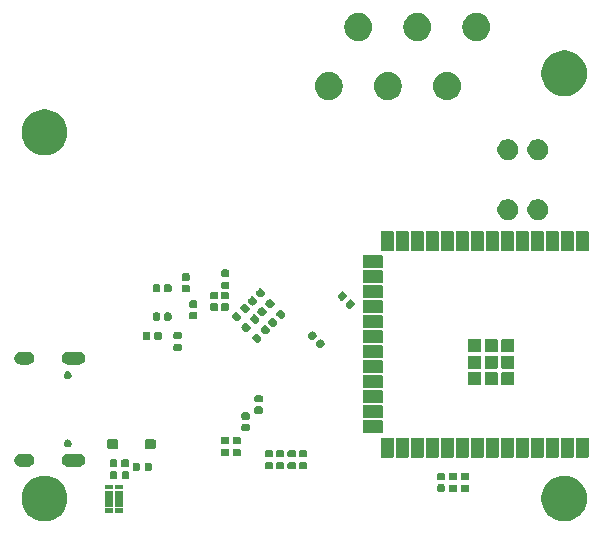
<source format=gbr>
%TF.GenerationSoftware,KiCad,Pcbnew,9.0.1*%
%TF.CreationDate,2025-05-01T00:05:03-04:00*%
%TF.ProjectId,main_board,6d61696e-5f62-46f6-9172-642e6b696361,rev?*%
%TF.SameCoordinates,Original*%
%TF.FileFunction,Soldermask,Bot*%
%TF.FilePolarity,Negative*%
%FSLAX46Y46*%
G04 Gerber Fmt 4.6, Leading zero omitted, Abs format (unit mm)*
G04 Created by KiCad (PCBNEW 9.0.1) date 2025-05-01 00:05:03*
%MOMM*%
%LPD*%
G01*
G04 APERTURE LIST*
G04 APERTURE END LIST*
G36*
X117378085Y-110099238D02*
G01*
X117622950Y-110164849D01*
X117857155Y-110261861D01*
X118076695Y-110388612D01*
X118277812Y-110542934D01*
X118457066Y-110722188D01*
X118611388Y-110923305D01*
X118738139Y-111142845D01*
X118835151Y-111377050D01*
X118900762Y-111621915D01*
X118933851Y-111873249D01*
X118933851Y-112126751D01*
X118900762Y-112378085D01*
X118835151Y-112622950D01*
X118738139Y-112857155D01*
X118611388Y-113076695D01*
X118457066Y-113277812D01*
X118277812Y-113457066D01*
X118076695Y-113611388D01*
X117857155Y-113738139D01*
X117622950Y-113835151D01*
X117378085Y-113900762D01*
X117126751Y-113933851D01*
X116873249Y-113933851D01*
X116621915Y-113900762D01*
X116377050Y-113835151D01*
X116142845Y-113738139D01*
X115923305Y-113611388D01*
X115722188Y-113457066D01*
X115542934Y-113277812D01*
X115388612Y-113076695D01*
X115261861Y-112857155D01*
X115164849Y-112622950D01*
X115099238Y-112378085D01*
X115066149Y-112126751D01*
X115066149Y-111873249D01*
X115099238Y-111621915D01*
X115164849Y-111377050D01*
X115261861Y-111142845D01*
X115388612Y-110923305D01*
X115542934Y-110722188D01*
X115722188Y-110542934D01*
X115923305Y-110388612D01*
X116142845Y-110261861D01*
X116377050Y-110164849D01*
X116621915Y-110099238D01*
X116873249Y-110066149D01*
X117126751Y-110066149D01*
X117378085Y-110099238D01*
G37*
G36*
X161378085Y-110099238D02*
G01*
X161622950Y-110164849D01*
X161857155Y-110261861D01*
X162076695Y-110388612D01*
X162277812Y-110542934D01*
X162457066Y-110722188D01*
X162611388Y-110923305D01*
X162738139Y-111142845D01*
X162835151Y-111377050D01*
X162900762Y-111621915D01*
X162933851Y-111873249D01*
X162933851Y-112126751D01*
X162900762Y-112378085D01*
X162835151Y-112622950D01*
X162738139Y-112857155D01*
X162611388Y-113076695D01*
X162457066Y-113277812D01*
X162277812Y-113457066D01*
X162076695Y-113611388D01*
X161857155Y-113738139D01*
X161622950Y-113835151D01*
X161378085Y-113900762D01*
X161126751Y-113933851D01*
X160873249Y-113933851D01*
X160621915Y-113900762D01*
X160377050Y-113835151D01*
X160142845Y-113738139D01*
X159923305Y-113611388D01*
X159722188Y-113457066D01*
X159542934Y-113277812D01*
X159388612Y-113076695D01*
X159261861Y-112857155D01*
X159164849Y-112622950D01*
X159099238Y-112378085D01*
X159066149Y-112126751D01*
X159066149Y-111873249D01*
X159099238Y-111621915D01*
X159164849Y-111377050D01*
X159261861Y-111142845D01*
X159388612Y-110923305D01*
X159542934Y-110722188D01*
X159722188Y-110542934D01*
X159923305Y-110388612D01*
X160142845Y-110261861D01*
X160377050Y-110164849D01*
X160621915Y-110099238D01*
X160873249Y-110066149D01*
X161126751Y-110066149D01*
X161378085Y-110099238D01*
G37*
G36*
X122827271Y-112836929D02*
G01*
X122830200Y-112844000D01*
X122830200Y-113184000D01*
X122827271Y-113191071D01*
X122820200Y-113194000D01*
X122810256Y-113194000D01*
X122125144Y-113194000D01*
X122115200Y-113194000D01*
X122108129Y-113191071D01*
X122105200Y-113184000D01*
X122105200Y-112844000D01*
X122108129Y-112836929D01*
X122115200Y-112834000D01*
X122820200Y-112834000D01*
X122827271Y-112836929D01*
G37*
G36*
X123662271Y-112836929D02*
G01*
X123665200Y-112844000D01*
X123665200Y-113184000D01*
X123662271Y-113191071D01*
X123655200Y-113194000D01*
X123645256Y-113194000D01*
X122960144Y-113194000D01*
X122950200Y-113194000D01*
X122943129Y-113191071D01*
X122940200Y-113184000D01*
X122940200Y-112844000D01*
X122943129Y-112836929D01*
X122950200Y-112834000D01*
X123655200Y-112834000D01*
X123662271Y-112836929D01*
G37*
G36*
X122827271Y-111336929D02*
G01*
X122830200Y-111344000D01*
X122830200Y-111684000D01*
X122827271Y-111691071D01*
X122822297Y-111693131D01*
X122817773Y-111704054D01*
X122817773Y-111723946D01*
X122822297Y-111734868D01*
X122827271Y-111736929D01*
X122830200Y-111744000D01*
X122830200Y-112284000D01*
X122827271Y-112291071D01*
X122822297Y-112293131D01*
X122817773Y-112304054D01*
X122817773Y-112323946D01*
X122822297Y-112334868D01*
X122827271Y-112336929D01*
X122830200Y-112344000D01*
X122830200Y-112684000D01*
X122827271Y-112691071D01*
X122820200Y-112694000D01*
X122810256Y-112694000D01*
X122125144Y-112694000D01*
X122115200Y-112694000D01*
X122108129Y-112691071D01*
X122105200Y-112684000D01*
X122105200Y-112344000D01*
X122108129Y-112336929D01*
X122113100Y-112334869D01*
X122117626Y-112323945D01*
X122117626Y-112304055D01*
X122113101Y-112293130D01*
X122108129Y-112291071D01*
X122105200Y-112284000D01*
X122105200Y-111744000D01*
X122108129Y-111736929D01*
X122113100Y-111734869D01*
X122117626Y-111723945D01*
X122117626Y-111704055D01*
X122113101Y-111693130D01*
X122108129Y-111691071D01*
X122105200Y-111684000D01*
X122105200Y-111344000D01*
X122108129Y-111336929D01*
X122115200Y-111334000D01*
X122820200Y-111334000D01*
X122827271Y-111336929D01*
G37*
G36*
X123662271Y-111336929D02*
G01*
X123665200Y-111344000D01*
X123665200Y-111684000D01*
X123662271Y-111691071D01*
X123657297Y-111693131D01*
X123652773Y-111704054D01*
X123652773Y-111723946D01*
X123657297Y-111734868D01*
X123662271Y-111736929D01*
X123665200Y-111744000D01*
X123665200Y-112284000D01*
X123662271Y-112291071D01*
X123657297Y-112293131D01*
X123652773Y-112304054D01*
X123652773Y-112323946D01*
X123657297Y-112334868D01*
X123662271Y-112336929D01*
X123665200Y-112344000D01*
X123665200Y-112684000D01*
X123662271Y-112691071D01*
X123655200Y-112694000D01*
X123645256Y-112694000D01*
X122960144Y-112694000D01*
X122950200Y-112694000D01*
X122943129Y-112691071D01*
X122940200Y-112684000D01*
X122940200Y-112344000D01*
X122943129Y-112336929D01*
X122948100Y-112334869D01*
X122952626Y-112323945D01*
X122952626Y-112304055D01*
X122948101Y-112293130D01*
X122943129Y-112291071D01*
X122940200Y-112284000D01*
X122940200Y-111744000D01*
X122943129Y-111736929D01*
X122948100Y-111734869D01*
X122952626Y-111723945D01*
X122952626Y-111704055D01*
X122948101Y-111693130D01*
X122943129Y-111691071D01*
X122940200Y-111684000D01*
X122940200Y-111344000D01*
X122943129Y-111336929D01*
X122950200Y-111334000D01*
X123655200Y-111334000D01*
X123662271Y-111336929D01*
G37*
G36*
X151838404Y-110855569D02*
G01*
X151894529Y-110893071D01*
X151932031Y-110949196D01*
X151945200Y-111015400D01*
X151945200Y-111285400D01*
X151932031Y-111351604D01*
X151894529Y-111407729D01*
X151838404Y-111445231D01*
X151772200Y-111458400D01*
X151402200Y-111458400D01*
X151335996Y-111445231D01*
X151279871Y-111407729D01*
X151242369Y-111351604D01*
X151229200Y-111285400D01*
X151229200Y-111015400D01*
X151242369Y-110949196D01*
X151279871Y-110893071D01*
X151335996Y-110855569D01*
X151402200Y-110842400D01*
X151772200Y-110842400D01*
X151838404Y-110855569D01*
G37*
G36*
X152854404Y-110855569D02*
G01*
X152910529Y-110893071D01*
X152948031Y-110949196D01*
X152961200Y-111015400D01*
X152961200Y-111285400D01*
X152948031Y-111351604D01*
X152910529Y-111407729D01*
X152854404Y-111445231D01*
X152788200Y-111458400D01*
X152418200Y-111458400D01*
X152351996Y-111445231D01*
X152295871Y-111407729D01*
X152258369Y-111351604D01*
X152245200Y-111285400D01*
X152245200Y-111015400D01*
X152258369Y-110949196D01*
X152295871Y-110893071D01*
X152351996Y-110855569D01*
X152418200Y-110842400D01*
X152788200Y-110842400D01*
X152854404Y-110855569D01*
G37*
G36*
X150809318Y-110817949D02*
G01*
X150867065Y-110856535D01*
X150905651Y-110914282D01*
X150919200Y-110982400D01*
X150919200Y-111262400D01*
X150905651Y-111330518D01*
X150867065Y-111388265D01*
X150809318Y-111426851D01*
X150741200Y-111440400D01*
X150401200Y-111440400D01*
X150333082Y-111426851D01*
X150275335Y-111388265D01*
X150236749Y-111330518D01*
X150223200Y-111262400D01*
X150223200Y-110982400D01*
X150236749Y-110914282D01*
X150275335Y-110856535D01*
X150333082Y-110817949D01*
X150401200Y-110804400D01*
X150741200Y-110804400D01*
X150809318Y-110817949D01*
G37*
G36*
X122827271Y-110836929D02*
G01*
X122830200Y-110844000D01*
X122830200Y-111184000D01*
X122827271Y-111191071D01*
X122820200Y-111194000D01*
X122810256Y-111194000D01*
X122125144Y-111194000D01*
X122115200Y-111194000D01*
X122108129Y-111191071D01*
X122105200Y-111184000D01*
X122105200Y-110844000D01*
X122108129Y-110836929D01*
X122115200Y-110834000D01*
X122820200Y-110834000D01*
X122827271Y-110836929D01*
G37*
G36*
X123662271Y-110836929D02*
G01*
X123665200Y-110844000D01*
X123665200Y-111184000D01*
X123662271Y-111191071D01*
X123655200Y-111194000D01*
X123645256Y-111194000D01*
X122960144Y-111194000D01*
X122950200Y-111194000D01*
X122943129Y-111191071D01*
X122940200Y-111184000D01*
X122940200Y-110844000D01*
X122943129Y-110836929D01*
X122950200Y-110834000D01*
X123655200Y-110834000D01*
X123662271Y-110836929D01*
G37*
G36*
X150809318Y-109857949D02*
G01*
X150867065Y-109896535D01*
X150905651Y-109954282D01*
X150919200Y-110022400D01*
X150919200Y-110302400D01*
X150905651Y-110370518D01*
X150867065Y-110428265D01*
X150809318Y-110466851D01*
X150741200Y-110480400D01*
X150401200Y-110480400D01*
X150333082Y-110466851D01*
X150275335Y-110428265D01*
X150236749Y-110370518D01*
X150223200Y-110302400D01*
X150223200Y-110022400D01*
X150236749Y-109954282D01*
X150275335Y-109896535D01*
X150333082Y-109857949D01*
X150401200Y-109844400D01*
X150741200Y-109844400D01*
X150809318Y-109857949D01*
G37*
G36*
X151838404Y-109835569D02*
G01*
X151894529Y-109873071D01*
X151932031Y-109929196D01*
X151945200Y-109995400D01*
X151945200Y-110265400D01*
X151932031Y-110331604D01*
X151894529Y-110387729D01*
X151838404Y-110425231D01*
X151772200Y-110438400D01*
X151402200Y-110438400D01*
X151335996Y-110425231D01*
X151279871Y-110387729D01*
X151242369Y-110331604D01*
X151229200Y-110265400D01*
X151229200Y-109995400D01*
X151242369Y-109929196D01*
X151279871Y-109873071D01*
X151335996Y-109835569D01*
X151402200Y-109822400D01*
X151772200Y-109822400D01*
X151838404Y-109835569D01*
G37*
G36*
X152854404Y-109835569D02*
G01*
X152910529Y-109873071D01*
X152948031Y-109929196D01*
X152961200Y-109995400D01*
X152961200Y-110265400D01*
X152948031Y-110331604D01*
X152910529Y-110387729D01*
X152854404Y-110425231D01*
X152788200Y-110438400D01*
X152418200Y-110438400D01*
X152351996Y-110425231D01*
X152295871Y-110387729D01*
X152258369Y-110331604D01*
X152245200Y-110265400D01*
X152245200Y-109995400D01*
X152258369Y-109929196D01*
X152295871Y-109873071D01*
X152351996Y-109835569D01*
X152418200Y-109822400D01*
X152788200Y-109822400D01*
X152854404Y-109835569D01*
G37*
G36*
X123031604Y-109687969D02*
G01*
X123087729Y-109725471D01*
X123125231Y-109781596D01*
X123138400Y-109847800D01*
X123138400Y-110217800D01*
X123125231Y-110284004D01*
X123087729Y-110340129D01*
X123031604Y-110377631D01*
X122965400Y-110390800D01*
X122695400Y-110390800D01*
X122629196Y-110377631D01*
X122573071Y-110340129D01*
X122535569Y-110284004D01*
X122522400Y-110217800D01*
X122522400Y-109847800D01*
X122535569Y-109781596D01*
X122573071Y-109725471D01*
X122629196Y-109687969D01*
X122695400Y-109674800D01*
X122965400Y-109674800D01*
X123031604Y-109687969D01*
G37*
G36*
X124051604Y-109687969D02*
G01*
X124107729Y-109725471D01*
X124145231Y-109781596D01*
X124158400Y-109847800D01*
X124158400Y-110217800D01*
X124145231Y-110284004D01*
X124107729Y-110340129D01*
X124051604Y-110377631D01*
X123985400Y-110390800D01*
X123715400Y-110390800D01*
X123649196Y-110377631D01*
X123593071Y-110340129D01*
X123555569Y-110284004D01*
X123542400Y-110217800D01*
X123542400Y-109847800D01*
X123555569Y-109781596D01*
X123593071Y-109725471D01*
X123649196Y-109687969D01*
X123715400Y-109674800D01*
X123985400Y-109674800D01*
X124051604Y-109687969D01*
G37*
G36*
X124964004Y-108976769D02*
G01*
X125020129Y-109014271D01*
X125057631Y-109070396D01*
X125070800Y-109136600D01*
X125070800Y-109506600D01*
X125057631Y-109572804D01*
X125020129Y-109628929D01*
X124964004Y-109666431D01*
X124897800Y-109679600D01*
X124627800Y-109679600D01*
X124561596Y-109666431D01*
X124505471Y-109628929D01*
X124467969Y-109572804D01*
X124454800Y-109506600D01*
X124454800Y-109136600D01*
X124467969Y-109070396D01*
X124505471Y-109014271D01*
X124561596Y-108976769D01*
X124627800Y-108963600D01*
X124897800Y-108963600D01*
X124964004Y-108976769D01*
G37*
G36*
X125984004Y-108976769D02*
G01*
X126040129Y-109014271D01*
X126077631Y-109070396D01*
X126090800Y-109136600D01*
X126090800Y-109506600D01*
X126077631Y-109572804D01*
X126040129Y-109628929D01*
X125984004Y-109666431D01*
X125917800Y-109679600D01*
X125647800Y-109679600D01*
X125581596Y-109666431D01*
X125525471Y-109628929D01*
X125487969Y-109572804D01*
X125474800Y-109506600D01*
X125474800Y-109136600D01*
X125487969Y-109070396D01*
X125525471Y-109014271D01*
X125581596Y-108976769D01*
X125647800Y-108963600D01*
X125917800Y-108963600D01*
X125984004Y-108976769D01*
G37*
G36*
X136242804Y-108927169D02*
G01*
X136298929Y-108964671D01*
X136336431Y-109020796D01*
X136349600Y-109087000D01*
X136349600Y-109357000D01*
X136336431Y-109423204D01*
X136298929Y-109479329D01*
X136242804Y-109516831D01*
X136176600Y-109530000D01*
X135806600Y-109530000D01*
X135740396Y-109516831D01*
X135684271Y-109479329D01*
X135646769Y-109423204D01*
X135633600Y-109357000D01*
X135633600Y-109087000D01*
X135646769Y-109020796D01*
X135684271Y-108964671D01*
X135740396Y-108927169D01*
X135806600Y-108914000D01*
X136176600Y-108914000D01*
X136242804Y-108927169D01*
G37*
G36*
X137208004Y-108927169D02*
G01*
X137264129Y-108964671D01*
X137301631Y-109020796D01*
X137314800Y-109087000D01*
X137314800Y-109357000D01*
X137301631Y-109423204D01*
X137264129Y-109479329D01*
X137208004Y-109516831D01*
X137141800Y-109530000D01*
X136771800Y-109530000D01*
X136705596Y-109516831D01*
X136649471Y-109479329D01*
X136611969Y-109423204D01*
X136598800Y-109357000D01*
X136598800Y-109087000D01*
X136611969Y-109020796D01*
X136649471Y-108964671D01*
X136705596Y-108927169D01*
X136771800Y-108914000D01*
X137141800Y-108914000D01*
X137208004Y-108927169D01*
G37*
G36*
X138173204Y-108927169D02*
G01*
X138229329Y-108964671D01*
X138266831Y-109020796D01*
X138280000Y-109087000D01*
X138280000Y-109357000D01*
X138266831Y-109423204D01*
X138229329Y-109479329D01*
X138173204Y-109516831D01*
X138107000Y-109530000D01*
X137737000Y-109530000D01*
X137670796Y-109516831D01*
X137614671Y-109479329D01*
X137577169Y-109423204D01*
X137564000Y-109357000D01*
X137564000Y-109087000D01*
X137577169Y-109020796D01*
X137614671Y-108964671D01*
X137670796Y-108927169D01*
X137737000Y-108914000D01*
X138107000Y-108914000D01*
X138173204Y-108927169D01*
G37*
G36*
X139138404Y-108927169D02*
G01*
X139194529Y-108964671D01*
X139232031Y-109020796D01*
X139245200Y-109087000D01*
X139245200Y-109357000D01*
X139232031Y-109423204D01*
X139194529Y-109479329D01*
X139138404Y-109516831D01*
X139072200Y-109530000D01*
X138702200Y-109530000D01*
X138635996Y-109516831D01*
X138579871Y-109479329D01*
X138542369Y-109423204D01*
X138529200Y-109357000D01*
X138529200Y-109087000D01*
X138542369Y-109020796D01*
X138579871Y-108964671D01*
X138635996Y-108927169D01*
X138702200Y-108914000D01*
X139072200Y-108914000D01*
X139138404Y-108927169D01*
G37*
G36*
X123070518Y-108682349D02*
G01*
X123128265Y-108720935D01*
X123166851Y-108778682D01*
X123180400Y-108846800D01*
X123180400Y-109186800D01*
X123166851Y-109254918D01*
X123128265Y-109312665D01*
X123070518Y-109351251D01*
X123002400Y-109364800D01*
X122722400Y-109364800D01*
X122654282Y-109351251D01*
X122596535Y-109312665D01*
X122557949Y-109254918D01*
X122544400Y-109186800D01*
X122544400Y-108846800D01*
X122557949Y-108778682D01*
X122596535Y-108720935D01*
X122654282Y-108682349D01*
X122722400Y-108668800D01*
X123002400Y-108668800D01*
X123070518Y-108682349D01*
G37*
G36*
X124030518Y-108682349D02*
G01*
X124088265Y-108720935D01*
X124126851Y-108778682D01*
X124140400Y-108846800D01*
X124140400Y-109186800D01*
X124126851Y-109254918D01*
X124088265Y-109312665D01*
X124030518Y-109351251D01*
X123962400Y-109364800D01*
X123682400Y-109364800D01*
X123614282Y-109351251D01*
X123556535Y-109312665D01*
X123517949Y-109254918D01*
X123504400Y-109186800D01*
X123504400Y-108846800D01*
X123517949Y-108778682D01*
X123556535Y-108720935D01*
X123614282Y-108682349D01*
X123682400Y-108668800D01*
X123962400Y-108668800D01*
X124030518Y-108682349D01*
G37*
G36*
X115653023Y-108231403D02*
G01*
X115788684Y-108267753D01*
X115910314Y-108337976D01*
X116009624Y-108437286D01*
X116079847Y-108558916D01*
X116116197Y-108694577D01*
X116116197Y-108835023D01*
X116079847Y-108970684D01*
X116009624Y-109092314D01*
X115910314Y-109191624D01*
X115788684Y-109261847D01*
X115653023Y-109298197D01*
X115582800Y-109302800D01*
X115581163Y-109302800D01*
X114984437Y-109302800D01*
X114982800Y-109302800D01*
X114912577Y-109298197D01*
X114776916Y-109261847D01*
X114655286Y-109191624D01*
X114555976Y-109092314D01*
X114485753Y-108970684D01*
X114449403Y-108835023D01*
X114449403Y-108694577D01*
X114485753Y-108558916D01*
X114555976Y-108437286D01*
X114655286Y-108337976D01*
X114776916Y-108267753D01*
X114912577Y-108231403D01*
X114982800Y-108226800D01*
X115582800Y-108226800D01*
X115653023Y-108231403D01*
G37*
G36*
X119983023Y-108231403D02*
G01*
X120118684Y-108267753D01*
X120240314Y-108337976D01*
X120339624Y-108437286D01*
X120409847Y-108558916D01*
X120446197Y-108694577D01*
X120446197Y-108835023D01*
X120409847Y-108970684D01*
X120339624Y-109092314D01*
X120240314Y-109191624D01*
X120118684Y-109261847D01*
X119983023Y-109298197D01*
X119912800Y-109302800D01*
X119911163Y-109302800D01*
X119014437Y-109302800D01*
X119012800Y-109302800D01*
X118942577Y-109298197D01*
X118806916Y-109261847D01*
X118685286Y-109191624D01*
X118585976Y-109092314D01*
X118515753Y-108970684D01*
X118479403Y-108835023D01*
X118479403Y-108694577D01*
X118515753Y-108558916D01*
X118585976Y-108437286D01*
X118685286Y-108337976D01*
X118806916Y-108267753D01*
X118942577Y-108231403D01*
X119012800Y-108226800D01*
X119912800Y-108226800D01*
X119983023Y-108231403D01*
G37*
G36*
X146515834Y-106864164D02*
G01*
X146548925Y-106886275D01*
X146571036Y-106919366D01*
X146578800Y-106958400D01*
X146578800Y-108458400D01*
X146571036Y-108497434D01*
X146548925Y-108530525D01*
X146515834Y-108552636D01*
X146476800Y-108560400D01*
X145576800Y-108560400D01*
X145537766Y-108552636D01*
X145504675Y-108530525D01*
X145482564Y-108497434D01*
X145474800Y-108458400D01*
X145474800Y-106958400D01*
X145482564Y-106919366D01*
X145504675Y-106886275D01*
X145537766Y-106864164D01*
X145576800Y-106856400D01*
X146476800Y-106856400D01*
X146515834Y-106864164D01*
G37*
G36*
X147785834Y-106864164D02*
G01*
X147818925Y-106886275D01*
X147841036Y-106919366D01*
X147848800Y-106958400D01*
X147848800Y-108458400D01*
X147841036Y-108497434D01*
X147818925Y-108530525D01*
X147785834Y-108552636D01*
X147746800Y-108560400D01*
X146846800Y-108560400D01*
X146807766Y-108552636D01*
X146774675Y-108530525D01*
X146752564Y-108497434D01*
X146744800Y-108458400D01*
X146744800Y-106958400D01*
X146752564Y-106919366D01*
X146774675Y-106886275D01*
X146807766Y-106864164D01*
X146846800Y-106856400D01*
X147746800Y-106856400D01*
X147785834Y-106864164D01*
G37*
G36*
X149055834Y-106864164D02*
G01*
X149088925Y-106886275D01*
X149111036Y-106919366D01*
X149118800Y-106958400D01*
X149118800Y-108458400D01*
X149111036Y-108497434D01*
X149088925Y-108530525D01*
X149055834Y-108552636D01*
X149016800Y-108560400D01*
X148116800Y-108560400D01*
X148077766Y-108552636D01*
X148044675Y-108530525D01*
X148022564Y-108497434D01*
X148014800Y-108458400D01*
X148014800Y-106958400D01*
X148022564Y-106919366D01*
X148044675Y-106886275D01*
X148077766Y-106864164D01*
X148116800Y-106856400D01*
X149016800Y-106856400D01*
X149055834Y-106864164D01*
G37*
G36*
X150325834Y-106864164D02*
G01*
X150358925Y-106886275D01*
X150381036Y-106919366D01*
X150388800Y-106958400D01*
X150388800Y-108458400D01*
X150381036Y-108497434D01*
X150358925Y-108530525D01*
X150325834Y-108552636D01*
X150286800Y-108560400D01*
X149386800Y-108560400D01*
X149347766Y-108552636D01*
X149314675Y-108530525D01*
X149292564Y-108497434D01*
X149284800Y-108458400D01*
X149284800Y-106958400D01*
X149292564Y-106919366D01*
X149314675Y-106886275D01*
X149347766Y-106864164D01*
X149386800Y-106856400D01*
X150286800Y-106856400D01*
X150325834Y-106864164D01*
G37*
G36*
X151595834Y-106864164D02*
G01*
X151628925Y-106886275D01*
X151651036Y-106919366D01*
X151658800Y-106958400D01*
X151658800Y-108458400D01*
X151651036Y-108497434D01*
X151628925Y-108530525D01*
X151595834Y-108552636D01*
X151556800Y-108560400D01*
X150656800Y-108560400D01*
X150617766Y-108552636D01*
X150584675Y-108530525D01*
X150562564Y-108497434D01*
X150554800Y-108458400D01*
X150554800Y-106958400D01*
X150562564Y-106919366D01*
X150584675Y-106886275D01*
X150617766Y-106864164D01*
X150656800Y-106856400D01*
X151556800Y-106856400D01*
X151595834Y-106864164D01*
G37*
G36*
X152865834Y-106864164D02*
G01*
X152898925Y-106886275D01*
X152921036Y-106919366D01*
X152928800Y-106958400D01*
X152928800Y-108458400D01*
X152921036Y-108497434D01*
X152898925Y-108530525D01*
X152865834Y-108552636D01*
X152826800Y-108560400D01*
X151926800Y-108560400D01*
X151887766Y-108552636D01*
X151854675Y-108530525D01*
X151832564Y-108497434D01*
X151824800Y-108458400D01*
X151824800Y-106958400D01*
X151832564Y-106919366D01*
X151854675Y-106886275D01*
X151887766Y-106864164D01*
X151926800Y-106856400D01*
X152826800Y-106856400D01*
X152865834Y-106864164D01*
G37*
G36*
X154135834Y-106864164D02*
G01*
X154168925Y-106886275D01*
X154191036Y-106919366D01*
X154198800Y-106958400D01*
X154198800Y-108458400D01*
X154191036Y-108497434D01*
X154168925Y-108530525D01*
X154135834Y-108552636D01*
X154096800Y-108560400D01*
X153196800Y-108560400D01*
X153157766Y-108552636D01*
X153124675Y-108530525D01*
X153102564Y-108497434D01*
X153094800Y-108458400D01*
X153094800Y-106958400D01*
X153102564Y-106919366D01*
X153124675Y-106886275D01*
X153157766Y-106864164D01*
X153196800Y-106856400D01*
X154096800Y-106856400D01*
X154135834Y-106864164D01*
G37*
G36*
X155405834Y-106864164D02*
G01*
X155438925Y-106886275D01*
X155461036Y-106919366D01*
X155468800Y-106958400D01*
X155468800Y-108458400D01*
X155461036Y-108497434D01*
X155438925Y-108530525D01*
X155405834Y-108552636D01*
X155366800Y-108560400D01*
X154466800Y-108560400D01*
X154427766Y-108552636D01*
X154394675Y-108530525D01*
X154372564Y-108497434D01*
X154364800Y-108458400D01*
X154364800Y-106958400D01*
X154372564Y-106919366D01*
X154394675Y-106886275D01*
X154427766Y-106864164D01*
X154466800Y-106856400D01*
X155366800Y-106856400D01*
X155405834Y-106864164D01*
G37*
G36*
X156675834Y-106864164D02*
G01*
X156708925Y-106886275D01*
X156731036Y-106919366D01*
X156738800Y-106958400D01*
X156738800Y-108458400D01*
X156731036Y-108497434D01*
X156708925Y-108530525D01*
X156675834Y-108552636D01*
X156636800Y-108560400D01*
X155736800Y-108560400D01*
X155697766Y-108552636D01*
X155664675Y-108530525D01*
X155642564Y-108497434D01*
X155634800Y-108458400D01*
X155634800Y-106958400D01*
X155642564Y-106919366D01*
X155664675Y-106886275D01*
X155697766Y-106864164D01*
X155736800Y-106856400D01*
X156636800Y-106856400D01*
X156675834Y-106864164D01*
G37*
G36*
X157945834Y-106864164D02*
G01*
X157978925Y-106886275D01*
X158001036Y-106919366D01*
X158008800Y-106958400D01*
X158008800Y-108458400D01*
X158001036Y-108497434D01*
X157978925Y-108530525D01*
X157945834Y-108552636D01*
X157906800Y-108560400D01*
X157006800Y-108560400D01*
X156967766Y-108552636D01*
X156934675Y-108530525D01*
X156912564Y-108497434D01*
X156904800Y-108458400D01*
X156904800Y-106958400D01*
X156912564Y-106919366D01*
X156934675Y-106886275D01*
X156967766Y-106864164D01*
X157006800Y-106856400D01*
X157906800Y-106856400D01*
X157945834Y-106864164D01*
G37*
G36*
X159215834Y-106864164D02*
G01*
X159248925Y-106886275D01*
X159271036Y-106919366D01*
X159278800Y-106958400D01*
X159278800Y-108458400D01*
X159271036Y-108497434D01*
X159248925Y-108530525D01*
X159215834Y-108552636D01*
X159176800Y-108560400D01*
X158276800Y-108560400D01*
X158237766Y-108552636D01*
X158204675Y-108530525D01*
X158182564Y-108497434D01*
X158174800Y-108458400D01*
X158174800Y-106958400D01*
X158182564Y-106919366D01*
X158204675Y-106886275D01*
X158237766Y-106864164D01*
X158276800Y-106856400D01*
X159176800Y-106856400D01*
X159215834Y-106864164D01*
G37*
G36*
X160485834Y-106864164D02*
G01*
X160518925Y-106886275D01*
X160541036Y-106919366D01*
X160548800Y-106958400D01*
X160548800Y-108458400D01*
X160541036Y-108497434D01*
X160518925Y-108530525D01*
X160485834Y-108552636D01*
X160446800Y-108560400D01*
X159546800Y-108560400D01*
X159507766Y-108552636D01*
X159474675Y-108530525D01*
X159452564Y-108497434D01*
X159444800Y-108458400D01*
X159444800Y-106958400D01*
X159452564Y-106919366D01*
X159474675Y-106886275D01*
X159507766Y-106864164D01*
X159546800Y-106856400D01*
X160446800Y-106856400D01*
X160485834Y-106864164D01*
G37*
G36*
X161755834Y-106864164D02*
G01*
X161788925Y-106886275D01*
X161811036Y-106919366D01*
X161818800Y-106958400D01*
X161818800Y-108458400D01*
X161811036Y-108497434D01*
X161788925Y-108530525D01*
X161755834Y-108552636D01*
X161716800Y-108560400D01*
X160816800Y-108560400D01*
X160777766Y-108552636D01*
X160744675Y-108530525D01*
X160722564Y-108497434D01*
X160714800Y-108458400D01*
X160714800Y-106958400D01*
X160722564Y-106919366D01*
X160744675Y-106886275D01*
X160777766Y-106864164D01*
X160816800Y-106856400D01*
X161716800Y-106856400D01*
X161755834Y-106864164D01*
G37*
G36*
X163025834Y-106864164D02*
G01*
X163058925Y-106886275D01*
X163081036Y-106919366D01*
X163088800Y-106958400D01*
X163088800Y-108458400D01*
X163081036Y-108497434D01*
X163058925Y-108530525D01*
X163025834Y-108552636D01*
X162986800Y-108560400D01*
X162086800Y-108560400D01*
X162047766Y-108552636D01*
X162014675Y-108530525D01*
X161992564Y-108497434D01*
X161984800Y-108458400D01*
X161984800Y-106958400D01*
X161992564Y-106919366D01*
X162014675Y-106886275D01*
X162047766Y-106864164D01*
X162086800Y-106856400D01*
X162986800Y-106856400D01*
X163025834Y-106864164D01*
G37*
G36*
X136242804Y-107907169D02*
G01*
X136298929Y-107944671D01*
X136336431Y-108000796D01*
X136349600Y-108067000D01*
X136349600Y-108337000D01*
X136336431Y-108403204D01*
X136298929Y-108459329D01*
X136242804Y-108496831D01*
X136176600Y-108510000D01*
X135806600Y-108510000D01*
X135740396Y-108496831D01*
X135684271Y-108459329D01*
X135646769Y-108403204D01*
X135633600Y-108337000D01*
X135633600Y-108067000D01*
X135646769Y-108000796D01*
X135684271Y-107944671D01*
X135740396Y-107907169D01*
X135806600Y-107894000D01*
X136176600Y-107894000D01*
X136242804Y-107907169D01*
G37*
G36*
X137208004Y-107907169D02*
G01*
X137264129Y-107944671D01*
X137301631Y-108000796D01*
X137314800Y-108067000D01*
X137314800Y-108337000D01*
X137301631Y-108403204D01*
X137264129Y-108459329D01*
X137208004Y-108496831D01*
X137141800Y-108510000D01*
X136771800Y-108510000D01*
X136705596Y-108496831D01*
X136649471Y-108459329D01*
X136611969Y-108403204D01*
X136598800Y-108337000D01*
X136598800Y-108067000D01*
X136611969Y-108000796D01*
X136649471Y-107944671D01*
X136705596Y-107907169D01*
X136771800Y-107894000D01*
X137141800Y-107894000D01*
X137208004Y-107907169D01*
G37*
G36*
X138173204Y-107907169D02*
G01*
X138229329Y-107944671D01*
X138266831Y-108000796D01*
X138280000Y-108067000D01*
X138280000Y-108337000D01*
X138266831Y-108403204D01*
X138229329Y-108459329D01*
X138173204Y-108496831D01*
X138107000Y-108510000D01*
X137737000Y-108510000D01*
X137670796Y-108496831D01*
X137614671Y-108459329D01*
X137577169Y-108403204D01*
X137564000Y-108337000D01*
X137564000Y-108067000D01*
X137577169Y-108000796D01*
X137614671Y-107944671D01*
X137670796Y-107907169D01*
X137737000Y-107894000D01*
X138107000Y-107894000D01*
X138173204Y-107907169D01*
G37*
G36*
X139138404Y-107907169D02*
G01*
X139194529Y-107944671D01*
X139232031Y-108000796D01*
X139245200Y-108067000D01*
X139245200Y-108337000D01*
X139232031Y-108403204D01*
X139194529Y-108459329D01*
X139138404Y-108496831D01*
X139072200Y-108510000D01*
X138702200Y-108510000D01*
X138635996Y-108496831D01*
X138579871Y-108459329D01*
X138542369Y-108403204D01*
X138529200Y-108337000D01*
X138529200Y-108067000D01*
X138542369Y-108000796D01*
X138579871Y-107944671D01*
X138635996Y-107907169D01*
X138702200Y-107894000D01*
X139072200Y-107894000D01*
X139138404Y-107907169D01*
G37*
G36*
X133532004Y-107817569D02*
G01*
X133588129Y-107855071D01*
X133625631Y-107911196D01*
X133638800Y-107977400D01*
X133638800Y-108247400D01*
X133625631Y-108313604D01*
X133588129Y-108369729D01*
X133532004Y-108407231D01*
X133465800Y-108420400D01*
X133095800Y-108420400D01*
X133029596Y-108407231D01*
X132973471Y-108369729D01*
X132935969Y-108313604D01*
X132922800Y-108247400D01*
X132922800Y-107977400D01*
X132935969Y-107911196D01*
X132973471Y-107855071D01*
X133029596Y-107817569D01*
X133095800Y-107804400D01*
X133465800Y-107804400D01*
X133532004Y-107817569D01*
G37*
G36*
X132534404Y-107807569D02*
G01*
X132590529Y-107845071D01*
X132628031Y-107901196D01*
X132641200Y-107967400D01*
X132641200Y-108237400D01*
X132628031Y-108303604D01*
X132590529Y-108359729D01*
X132534404Y-108397231D01*
X132468200Y-108410400D01*
X132098200Y-108410400D01*
X132031996Y-108397231D01*
X131975871Y-108359729D01*
X131938369Y-108303604D01*
X131925200Y-108237400D01*
X131925200Y-107967400D01*
X131938369Y-107901196D01*
X131975871Y-107845071D01*
X132031996Y-107807569D01*
X132098200Y-107794400D01*
X132468200Y-107794400D01*
X132534404Y-107807569D01*
G37*
G36*
X123110703Y-106969933D02*
G01*
X123182017Y-107017583D01*
X123229667Y-107088897D01*
X123246400Y-107173018D01*
X123246400Y-107609382D01*
X123229667Y-107693503D01*
X123182017Y-107764817D01*
X123110703Y-107812467D01*
X123026582Y-107829200D01*
X122490218Y-107829200D01*
X122406097Y-107812467D01*
X122334783Y-107764817D01*
X122287133Y-107693503D01*
X122270400Y-107609382D01*
X122270400Y-107173018D01*
X122287133Y-107088897D01*
X122334783Y-107017583D01*
X122406097Y-106969933D01*
X122490218Y-106953200D01*
X123026582Y-106953200D01*
X123110703Y-106969933D01*
G37*
G36*
X126310703Y-106969933D02*
G01*
X126382017Y-107017583D01*
X126429667Y-107088897D01*
X126446400Y-107173018D01*
X126446400Y-107609382D01*
X126429667Y-107693503D01*
X126382017Y-107764817D01*
X126310703Y-107812467D01*
X126226582Y-107829200D01*
X125690218Y-107829200D01*
X125606097Y-107812467D01*
X125534783Y-107764817D01*
X125487133Y-107693503D01*
X125470400Y-107609382D01*
X125470400Y-107173018D01*
X125487133Y-107088897D01*
X125534783Y-107017583D01*
X125606097Y-106969933D01*
X125690218Y-106953200D01*
X126226582Y-106953200D01*
X126310703Y-106969933D01*
G37*
G36*
X119092147Y-107022529D02*
G01*
X119168561Y-107066647D01*
X119230953Y-107129039D01*
X119275071Y-107205453D01*
X119297908Y-107290682D01*
X119297908Y-107378918D01*
X119275071Y-107464147D01*
X119230953Y-107540561D01*
X119168561Y-107602953D01*
X119092147Y-107647071D01*
X119006918Y-107669908D01*
X118918682Y-107669908D01*
X118833453Y-107647071D01*
X118757039Y-107602953D01*
X118694647Y-107540561D01*
X118650529Y-107464147D01*
X118627692Y-107378918D01*
X118627692Y-107290682D01*
X118650529Y-107205453D01*
X118694647Y-107129039D01*
X118757039Y-107066647D01*
X118833453Y-107022529D01*
X118918682Y-106999692D01*
X119006918Y-106999692D01*
X119092147Y-107022529D01*
G37*
G36*
X133532004Y-106797569D02*
G01*
X133588129Y-106835071D01*
X133625631Y-106891196D01*
X133638800Y-106957400D01*
X133638800Y-107227400D01*
X133625631Y-107293604D01*
X133588129Y-107349729D01*
X133532004Y-107387231D01*
X133465800Y-107400400D01*
X133095800Y-107400400D01*
X133029596Y-107387231D01*
X132973471Y-107349729D01*
X132935969Y-107293604D01*
X132922800Y-107227400D01*
X132922800Y-106957400D01*
X132935969Y-106891196D01*
X132973471Y-106835071D01*
X133029596Y-106797569D01*
X133095800Y-106784400D01*
X133465800Y-106784400D01*
X133532004Y-106797569D01*
G37*
G36*
X132534404Y-106787569D02*
G01*
X132590529Y-106825071D01*
X132628031Y-106881196D01*
X132641200Y-106947400D01*
X132641200Y-107217400D01*
X132628031Y-107283604D01*
X132590529Y-107339729D01*
X132534404Y-107377231D01*
X132468200Y-107390400D01*
X132098200Y-107390400D01*
X132031996Y-107377231D01*
X131975871Y-107339729D01*
X131938369Y-107283604D01*
X131925200Y-107217400D01*
X131925200Y-106947400D01*
X131938369Y-106881196D01*
X131975871Y-106825071D01*
X132031996Y-106787569D01*
X132098200Y-106774400D01*
X132468200Y-106774400D01*
X132534404Y-106787569D01*
G37*
G36*
X145565834Y-105399164D02*
G01*
X145598925Y-105421275D01*
X145621036Y-105454366D01*
X145628800Y-105493400D01*
X145628800Y-106393400D01*
X145621036Y-106432434D01*
X145598925Y-106465525D01*
X145565834Y-106487636D01*
X145526800Y-106495400D01*
X144026800Y-106495400D01*
X143987766Y-106487636D01*
X143954675Y-106465525D01*
X143932564Y-106432434D01*
X143924800Y-106393400D01*
X143924800Y-105493400D01*
X143932564Y-105454366D01*
X143954675Y-105421275D01*
X143987766Y-105399164D01*
X144026800Y-105391400D01*
X145526800Y-105391400D01*
X145565834Y-105399164D01*
G37*
G36*
X134261218Y-105675338D02*
G01*
X134318965Y-105713924D01*
X134357551Y-105771671D01*
X134371100Y-105839789D01*
X134371100Y-106119789D01*
X134357551Y-106187907D01*
X134318965Y-106245654D01*
X134261218Y-106284240D01*
X134193100Y-106297789D01*
X133853100Y-106297789D01*
X133784982Y-106284240D01*
X133727235Y-106245654D01*
X133688649Y-106187907D01*
X133675100Y-106119789D01*
X133675100Y-105839789D01*
X133688649Y-105771671D01*
X133727235Y-105713924D01*
X133784982Y-105675338D01*
X133853100Y-105661789D01*
X134193100Y-105661789D01*
X134261218Y-105675338D01*
G37*
G36*
X134261218Y-104715338D02*
G01*
X134318965Y-104753924D01*
X134357551Y-104811671D01*
X134371100Y-104879789D01*
X134371100Y-105159789D01*
X134357551Y-105227907D01*
X134318965Y-105285654D01*
X134261218Y-105324240D01*
X134193100Y-105337789D01*
X133853100Y-105337789D01*
X133784982Y-105324240D01*
X133727235Y-105285654D01*
X133688649Y-105227907D01*
X133675100Y-105159789D01*
X133675100Y-104879789D01*
X133688649Y-104811671D01*
X133727235Y-104753924D01*
X133784982Y-104715338D01*
X133853100Y-104701789D01*
X134193100Y-104701789D01*
X134261218Y-104715338D01*
G37*
G36*
X145565834Y-104129164D02*
G01*
X145598925Y-104151275D01*
X145621036Y-104184366D01*
X145628800Y-104223400D01*
X145628800Y-105123400D01*
X145621036Y-105162434D01*
X145598925Y-105195525D01*
X145565834Y-105217636D01*
X145526800Y-105225400D01*
X144026800Y-105225400D01*
X143987766Y-105217636D01*
X143954675Y-105195525D01*
X143932564Y-105162434D01*
X143924800Y-105123400D01*
X143924800Y-104223400D01*
X143932564Y-104184366D01*
X143954675Y-104151275D01*
X143987766Y-104129164D01*
X144026800Y-104121400D01*
X145526800Y-104121400D01*
X145565834Y-104129164D01*
G37*
G36*
X135366118Y-104213949D02*
G01*
X135423865Y-104252535D01*
X135462451Y-104310282D01*
X135476000Y-104378400D01*
X135476000Y-104658400D01*
X135462451Y-104726518D01*
X135423865Y-104784265D01*
X135366118Y-104822851D01*
X135298000Y-104836400D01*
X134958000Y-104836400D01*
X134889882Y-104822851D01*
X134832135Y-104784265D01*
X134793549Y-104726518D01*
X134780000Y-104658400D01*
X134780000Y-104378400D01*
X134793549Y-104310282D01*
X134832135Y-104252535D01*
X134889882Y-104213949D01*
X134958000Y-104200400D01*
X135298000Y-104200400D01*
X135366118Y-104213949D01*
G37*
G36*
X145565834Y-102859164D02*
G01*
X145598925Y-102881275D01*
X145621036Y-102914366D01*
X145628800Y-102953400D01*
X145628800Y-103853400D01*
X145621036Y-103892434D01*
X145598925Y-103925525D01*
X145565834Y-103947636D01*
X145526800Y-103955400D01*
X144026800Y-103955400D01*
X143987766Y-103947636D01*
X143954675Y-103925525D01*
X143932564Y-103892434D01*
X143924800Y-103853400D01*
X143924800Y-102953400D01*
X143932564Y-102914366D01*
X143954675Y-102881275D01*
X143987766Y-102859164D01*
X144026800Y-102851400D01*
X145526800Y-102851400D01*
X145565834Y-102859164D01*
G37*
G36*
X135366118Y-103253949D02*
G01*
X135423865Y-103292535D01*
X135462451Y-103350282D01*
X135476000Y-103418400D01*
X135476000Y-103698400D01*
X135462451Y-103766518D01*
X135423865Y-103824265D01*
X135366118Y-103862851D01*
X135298000Y-103876400D01*
X134958000Y-103876400D01*
X134889882Y-103862851D01*
X134832135Y-103824265D01*
X134793549Y-103766518D01*
X134780000Y-103698400D01*
X134780000Y-103418400D01*
X134793549Y-103350282D01*
X134832135Y-103292535D01*
X134889882Y-103253949D01*
X134958000Y-103240400D01*
X135298000Y-103240400D01*
X135366118Y-103253949D01*
G37*
G36*
X145565834Y-101589164D02*
G01*
X145598925Y-101611275D01*
X145621036Y-101644366D01*
X145628800Y-101683400D01*
X145628800Y-102583400D01*
X145621036Y-102622434D01*
X145598925Y-102655525D01*
X145565834Y-102677636D01*
X145526800Y-102685400D01*
X144026800Y-102685400D01*
X143987766Y-102677636D01*
X143954675Y-102655525D01*
X143932564Y-102622434D01*
X143924800Y-102583400D01*
X143924800Y-101683400D01*
X143932564Y-101644366D01*
X143954675Y-101611275D01*
X143987766Y-101589164D01*
X144026800Y-101581400D01*
X145526800Y-101581400D01*
X145565834Y-101589164D01*
G37*
G36*
X153905834Y-101314164D02*
G01*
X153938925Y-101336275D01*
X153961036Y-101369366D01*
X153968800Y-101408400D01*
X153968800Y-102308400D01*
X153961036Y-102347434D01*
X153938925Y-102380525D01*
X153905834Y-102402636D01*
X153866800Y-102410400D01*
X152966800Y-102410400D01*
X152927766Y-102402636D01*
X152894675Y-102380525D01*
X152872564Y-102347434D01*
X152864800Y-102308400D01*
X152864800Y-101408400D01*
X152872564Y-101369366D01*
X152894675Y-101336275D01*
X152927766Y-101314164D01*
X152966800Y-101306400D01*
X153866800Y-101306400D01*
X153905834Y-101314164D01*
G37*
G36*
X155305834Y-101314164D02*
G01*
X155338925Y-101336275D01*
X155361036Y-101369366D01*
X155368800Y-101408400D01*
X155368800Y-102308400D01*
X155361036Y-102347434D01*
X155338925Y-102380525D01*
X155305834Y-102402636D01*
X155266800Y-102410400D01*
X154366800Y-102410400D01*
X154327766Y-102402636D01*
X154294675Y-102380525D01*
X154272564Y-102347434D01*
X154264800Y-102308400D01*
X154264800Y-101408400D01*
X154272564Y-101369366D01*
X154294675Y-101336275D01*
X154327766Y-101314164D01*
X154366800Y-101306400D01*
X155266800Y-101306400D01*
X155305834Y-101314164D01*
G37*
G36*
X156705834Y-101314164D02*
G01*
X156738925Y-101336275D01*
X156761036Y-101369366D01*
X156768800Y-101408400D01*
X156768800Y-102308400D01*
X156761036Y-102347434D01*
X156738925Y-102380525D01*
X156705834Y-102402636D01*
X156666800Y-102410400D01*
X155766800Y-102410400D01*
X155727766Y-102402636D01*
X155694675Y-102380525D01*
X155672564Y-102347434D01*
X155664800Y-102308400D01*
X155664800Y-101408400D01*
X155672564Y-101369366D01*
X155694675Y-101336275D01*
X155727766Y-101314164D01*
X155766800Y-101306400D01*
X156666800Y-101306400D01*
X156705834Y-101314164D01*
G37*
G36*
X119092147Y-101242529D02*
G01*
X119168561Y-101286647D01*
X119230953Y-101349039D01*
X119275071Y-101425453D01*
X119297908Y-101510682D01*
X119297908Y-101598918D01*
X119275071Y-101684147D01*
X119230953Y-101760561D01*
X119168561Y-101822953D01*
X119092147Y-101867071D01*
X119006918Y-101889908D01*
X118918682Y-101889908D01*
X118833453Y-101867071D01*
X118757039Y-101822953D01*
X118694647Y-101760561D01*
X118650529Y-101684147D01*
X118627692Y-101598918D01*
X118627692Y-101510682D01*
X118650529Y-101425453D01*
X118694647Y-101349039D01*
X118757039Y-101286647D01*
X118833453Y-101242529D01*
X118918682Y-101219692D01*
X119006918Y-101219692D01*
X119092147Y-101242529D01*
G37*
G36*
X145565834Y-100319164D02*
G01*
X145598925Y-100341275D01*
X145621036Y-100374366D01*
X145628800Y-100413400D01*
X145628800Y-101313400D01*
X145621036Y-101352434D01*
X145598925Y-101385525D01*
X145565834Y-101407636D01*
X145526800Y-101415400D01*
X144026800Y-101415400D01*
X143987766Y-101407636D01*
X143954675Y-101385525D01*
X143932564Y-101352434D01*
X143924800Y-101313400D01*
X143924800Y-100413400D01*
X143932564Y-100374366D01*
X143954675Y-100341275D01*
X143987766Y-100319164D01*
X144026800Y-100311400D01*
X145526800Y-100311400D01*
X145565834Y-100319164D01*
G37*
G36*
X153905834Y-99914164D02*
G01*
X153938925Y-99936275D01*
X153961036Y-99969366D01*
X153968800Y-100008400D01*
X153968800Y-100908400D01*
X153961036Y-100947434D01*
X153938925Y-100980525D01*
X153905834Y-101002636D01*
X153866800Y-101010400D01*
X152966800Y-101010400D01*
X152927766Y-101002636D01*
X152894675Y-100980525D01*
X152872564Y-100947434D01*
X152864800Y-100908400D01*
X152864800Y-100008400D01*
X152872564Y-99969366D01*
X152894675Y-99936275D01*
X152927766Y-99914164D01*
X152966800Y-99906400D01*
X153866800Y-99906400D01*
X153905834Y-99914164D01*
G37*
G36*
X155305834Y-99914164D02*
G01*
X155338925Y-99936275D01*
X155361036Y-99969366D01*
X155368800Y-100008400D01*
X155368800Y-100908400D01*
X155361036Y-100947434D01*
X155338925Y-100980525D01*
X155305834Y-101002636D01*
X155266800Y-101010400D01*
X154366800Y-101010400D01*
X154327766Y-101002636D01*
X154294675Y-100980525D01*
X154272564Y-100947434D01*
X154264800Y-100908400D01*
X154264800Y-100008400D01*
X154272564Y-99969366D01*
X154294675Y-99936275D01*
X154327766Y-99914164D01*
X154366800Y-99906400D01*
X155266800Y-99906400D01*
X155305834Y-99914164D01*
G37*
G36*
X156705834Y-99914164D02*
G01*
X156738925Y-99936275D01*
X156761036Y-99969366D01*
X156768800Y-100008400D01*
X156768800Y-100908400D01*
X156761036Y-100947434D01*
X156738925Y-100980525D01*
X156705834Y-101002636D01*
X156666800Y-101010400D01*
X155766800Y-101010400D01*
X155727766Y-101002636D01*
X155694675Y-100980525D01*
X155672564Y-100947434D01*
X155664800Y-100908400D01*
X155664800Y-100008400D01*
X155672564Y-99969366D01*
X155694675Y-99936275D01*
X155727766Y-99914164D01*
X155766800Y-99906400D01*
X156666800Y-99906400D01*
X156705834Y-99914164D01*
G37*
G36*
X115653023Y-99591403D02*
G01*
X115788684Y-99627753D01*
X115910314Y-99697976D01*
X116009624Y-99797286D01*
X116079847Y-99918916D01*
X116116197Y-100054577D01*
X116116197Y-100195023D01*
X116079847Y-100330684D01*
X116009624Y-100452314D01*
X115910314Y-100551624D01*
X115788684Y-100621847D01*
X115653023Y-100658197D01*
X115582800Y-100662800D01*
X115581163Y-100662800D01*
X114984437Y-100662800D01*
X114982800Y-100662800D01*
X114912577Y-100658197D01*
X114776916Y-100621847D01*
X114655286Y-100551624D01*
X114555976Y-100452314D01*
X114485753Y-100330684D01*
X114449403Y-100195023D01*
X114449403Y-100054577D01*
X114485753Y-99918916D01*
X114555976Y-99797286D01*
X114655286Y-99697976D01*
X114776916Y-99627753D01*
X114912577Y-99591403D01*
X114982800Y-99586800D01*
X115582800Y-99586800D01*
X115653023Y-99591403D01*
G37*
G36*
X119983023Y-99591403D02*
G01*
X120118684Y-99627753D01*
X120240314Y-99697976D01*
X120339624Y-99797286D01*
X120409847Y-99918916D01*
X120446197Y-100054577D01*
X120446197Y-100195023D01*
X120409847Y-100330684D01*
X120339624Y-100452314D01*
X120240314Y-100551624D01*
X120118684Y-100621847D01*
X119983023Y-100658197D01*
X119912800Y-100662800D01*
X119911163Y-100662800D01*
X119014437Y-100662800D01*
X119012800Y-100662800D01*
X118942577Y-100658197D01*
X118806916Y-100621847D01*
X118685286Y-100551624D01*
X118585976Y-100452314D01*
X118515753Y-100330684D01*
X118479403Y-100195023D01*
X118479403Y-100054577D01*
X118515753Y-99918916D01*
X118585976Y-99797286D01*
X118685286Y-99697976D01*
X118806916Y-99627753D01*
X118942577Y-99591403D01*
X119012800Y-99586800D01*
X119912800Y-99586800D01*
X119983023Y-99591403D01*
G37*
G36*
X145565834Y-99049164D02*
G01*
X145598925Y-99071275D01*
X145621036Y-99104366D01*
X145628800Y-99143400D01*
X145628800Y-100043400D01*
X145621036Y-100082434D01*
X145598925Y-100115525D01*
X145565834Y-100137636D01*
X145526800Y-100145400D01*
X144026800Y-100145400D01*
X143987766Y-100137636D01*
X143954675Y-100115525D01*
X143932564Y-100082434D01*
X143924800Y-100043400D01*
X143924800Y-99143400D01*
X143932564Y-99104366D01*
X143954675Y-99071275D01*
X143987766Y-99049164D01*
X144026800Y-99041400D01*
X145526800Y-99041400D01*
X145565834Y-99049164D01*
G37*
G36*
X153905834Y-98514164D02*
G01*
X153938925Y-98536275D01*
X153961036Y-98569366D01*
X153968800Y-98608400D01*
X153968800Y-99508400D01*
X153961036Y-99547434D01*
X153938925Y-99580525D01*
X153905834Y-99602636D01*
X153866800Y-99610400D01*
X152966800Y-99610400D01*
X152927766Y-99602636D01*
X152894675Y-99580525D01*
X152872564Y-99547434D01*
X152864800Y-99508400D01*
X152864800Y-98608400D01*
X152872564Y-98569366D01*
X152894675Y-98536275D01*
X152927766Y-98514164D01*
X152966800Y-98506400D01*
X153866800Y-98506400D01*
X153905834Y-98514164D01*
G37*
G36*
X155305834Y-98514164D02*
G01*
X155338925Y-98536275D01*
X155361036Y-98569366D01*
X155368800Y-98608400D01*
X155368800Y-99508400D01*
X155361036Y-99547434D01*
X155338925Y-99580525D01*
X155305834Y-99602636D01*
X155266800Y-99610400D01*
X154366800Y-99610400D01*
X154327766Y-99602636D01*
X154294675Y-99580525D01*
X154272564Y-99547434D01*
X154264800Y-99508400D01*
X154264800Y-98608400D01*
X154272564Y-98569366D01*
X154294675Y-98536275D01*
X154327766Y-98514164D01*
X154366800Y-98506400D01*
X155266800Y-98506400D01*
X155305834Y-98514164D01*
G37*
G36*
X156705834Y-98514164D02*
G01*
X156738925Y-98536275D01*
X156761036Y-98569366D01*
X156768800Y-98608400D01*
X156768800Y-99508400D01*
X156761036Y-99547434D01*
X156738925Y-99580525D01*
X156705834Y-99602636D01*
X156666800Y-99610400D01*
X155766800Y-99610400D01*
X155727766Y-99602636D01*
X155694675Y-99580525D01*
X155672564Y-99547434D01*
X155664800Y-99508400D01*
X155664800Y-98608400D01*
X155672564Y-98569366D01*
X155694675Y-98536275D01*
X155727766Y-98514164D01*
X155766800Y-98506400D01*
X156666800Y-98506400D01*
X156705834Y-98514164D01*
G37*
G36*
X128521204Y-98919569D02*
G01*
X128577329Y-98957071D01*
X128614831Y-99013196D01*
X128628000Y-99079400D01*
X128628000Y-99349400D01*
X128614831Y-99415604D01*
X128577329Y-99471729D01*
X128521204Y-99509231D01*
X128455000Y-99522400D01*
X128085000Y-99522400D01*
X128018796Y-99509231D01*
X127962671Y-99471729D01*
X127925169Y-99415604D01*
X127912000Y-99349400D01*
X127912000Y-99079400D01*
X127925169Y-99013196D01*
X127962671Y-98957071D01*
X128018796Y-98919569D01*
X128085000Y-98906400D01*
X128455000Y-98906400D01*
X128521204Y-98919569D01*
G37*
G36*
X140433542Y-98507757D02*
G01*
X140491289Y-98546343D01*
X140545343Y-98600397D01*
X140685795Y-98740848D01*
X140685797Y-98740851D01*
X140689279Y-98744333D01*
X140727865Y-98802080D01*
X140741414Y-98870198D01*
X140727865Y-98938316D01*
X140689279Y-98996063D01*
X140448863Y-99236479D01*
X140391116Y-99275065D01*
X140322998Y-99288614D01*
X140254880Y-99275065D01*
X140197133Y-99236479D01*
X140065020Y-99104366D01*
X140002626Y-99041973D01*
X140002623Y-99041969D01*
X139999143Y-99038489D01*
X139960557Y-98980742D01*
X139947008Y-98912624D01*
X139960557Y-98844506D01*
X139999143Y-98786759D01*
X140177502Y-98608400D01*
X140236078Y-98549823D01*
X140236081Y-98549820D01*
X140239559Y-98546343D01*
X140297306Y-98507757D01*
X140365424Y-98494208D01*
X140433542Y-98507757D01*
G37*
G36*
X145565834Y-97779164D02*
G01*
X145598925Y-97801275D01*
X145621036Y-97834366D01*
X145628800Y-97873400D01*
X145628800Y-98773400D01*
X145621036Y-98812434D01*
X145598925Y-98845525D01*
X145565834Y-98867636D01*
X145526800Y-98875400D01*
X144026800Y-98875400D01*
X143987766Y-98867636D01*
X143954675Y-98845525D01*
X143932564Y-98812434D01*
X143924800Y-98773400D01*
X143924800Y-97873400D01*
X143932564Y-97834366D01*
X143954675Y-97801275D01*
X143987766Y-97779164D01*
X144026800Y-97771400D01*
X145526800Y-97771400D01*
X145565834Y-97779164D01*
G37*
G36*
X135017614Y-98053130D02*
G01*
X135073739Y-98090631D01*
X135335369Y-98352261D01*
X135372870Y-98408386D01*
X135386039Y-98474590D01*
X135372870Y-98540795D01*
X135335369Y-98596920D01*
X135144450Y-98787839D01*
X135088325Y-98825340D01*
X135022120Y-98838509D01*
X134955916Y-98825340D01*
X134899791Y-98787839D01*
X134638161Y-98526209D01*
X134600660Y-98470084D01*
X134587491Y-98403880D01*
X134600660Y-98337675D01*
X134638161Y-98281550D01*
X134829080Y-98090631D01*
X134885205Y-98053130D01*
X134951410Y-98039961D01*
X135017614Y-98053130D01*
G37*
G36*
X139754720Y-97828935D02*
G01*
X139812467Y-97867521D01*
X139868075Y-97923129D01*
X140006973Y-98062026D01*
X140006975Y-98062029D01*
X140010457Y-98065511D01*
X140049043Y-98123258D01*
X140062592Y-98191376D01*
X140049043Y-98259494D01*
X140010457Y-98317241D01*
X139770041Y-98557657D01*
X139712294Y-98596243D01*
X139644176Y-98609792D01*
X139576058Y-98596243D01*
X139518311Y-98557657D01*
X139411690Y-98451036D01*
X139323804Y-98363151D01*
X139323801Y-98363147D01*
X139320321Y-98359667D01*
X139281735Y-98301920D01*
X139268186Y-98233802D01*
X139281735Y-98165684D01*
X139320321Y-98107937D01*
X139491187Y-97937071D01*
X139557256Y-97871001D01*
X139557259Y-97870998D01*
X139560737Y-97867521D01*
X139618484Y-97828935D01*
X139686602Y-97815386D01*
X139754720Y-97828935D01*
G37*
G36*
X125852118Y-97887549D02*
G01*
X125909865Y-97926135D01*
X125948451Y-97983882D01*
X125962000Y-98052000D01*
X125962000Y-98392000D01*
X125948451Y-98460118D01*
X125909865Y-98517865D01*
X125852118Y-98556451D01*
X125784000Y-98570000D01*
X125504000Y-98570000D01*
X125435882Y-98556451D01*
X125378135Y-98517865D01*
X125339549Y-98460118D01*
X125326000Y-98392000D01*
X125326000Y-98052000D01*
X125339549Y-97983882D01*
X125378135Y-97926135D01*
X125435882Y-97887549D01*
X125504000Y-97874000D01*
X125784000Y-97874000D01*
X125852118Y-97887549D01*
G37*
G36*
X126812118Y-97887549D02*
G01*
X126869865Y-97926135D01*
X126908451Y-97983882D01*
X126922000Y-98052000D01*
X126922000Y-98392000D01*
X126908451Y-98460118D01*
X126869865Y-98517865D01*
X126812118Y-98556451D01*
X126744000Y-98570000D01*
X126464000Y-98570000D01*
X126395882Y-98556451D01*
X126338135Y-98517865D01*
X126299549Y-98460118D01*
X126286000Y-98392000D01*
X126286000Y-98052000D01*
X126299549Y-97983882D01*
X126338135Y-97926135D01*
X126395882Y-97887549D01*
X126464000Y-97874000D01*
X126744000Y-97874000D01*
X126812118Y-97887549D01*
G37*
G36*
X128521204Y-97899569D02*
G01*
X128577329Y-97937071D01*
X128614831Y-97993196D01*
X128628000Y-98059400D01*
X128628000Y-98329400D01*
X128614831Y-98395604D01*
X128577329Y-98451729D01*
X128521204Y-98489231D01*
X128455000Y-98502400D01*
X128085000Y-98502400D01*
X128018796Y-98489231D01*
X127962671Y-98451729D01*
X127925169Y-98395604D01*
X127912000Y-98329400D01*
X127912000Y-98059400D01*
X127925169Y-97993196D01*
X127962671Y-97937071D01*
X128018796Y-97899569D01*
X128085000Y-97886400D01*
X128455000Y-97886400D01*
X128521204Y-97899569D01*
G37*
G36*
X135738862Y-97331882D02*
G01*
X135794987Y-97369383D01*
X136056617Y-97631013D01*
X136094118Y-97687138D01*
X136107287Y-97753342D01*
X136094118Y-97819547D01*
X136056617Y-97875672D01*
X135865698Y-98066591D01*
X135809573Y-98104092D01*
X135743368Y-98117261D01*
X135677164Y-98104092D01*
X135621039Y-98066591D01*
X135359409Y-97804961D01*
X135321908Y-97748836D01*
X135308739Y-97682632D01*
X135321908Y-97616427D01*
X135359409Y-97560302D01*
X135550328Y-97369383D01*
X135606453Y-97331882D01*
X135672658Y-97318713D01*
X135738862Y-97331882D01*
G37*
G36*
X134103214Y-97138730D02*
G01*
X134159339Y-97176231D01*
X134420969Y-97437861D01*
X134458470Y-97493986D01*
X134471639Y-97560190D01*
X134458470Y-97626395D01*
X134420969Y-97682520D01*
X134230050Y-97873439D01*
X134173925Y-97910940D01*
X134107720Y-97924109D01*
X134041516Y-97910940D01*
X133985391Y-97873439D01*
X133723761Y-97611809D01*
X133686260Y-97555684D01*
X133673091Y-97489480D01*
X133686260Y-97423275D01*
X133723761Y-97367150D01*
X133914680Y-97176231D01*
X133970805Y-97138730D01*
X134037010Y-97125561D01*
X134103214Y-97138730D01*
G37*
G36*
X145565834Y-96509164D02*
G01*
X145598925Y-96531275D01*
X145621036Y-96564366D01*
X145628800Y-96603400D01*
X145628800Y-97503400D01*
X145621036Y-97542434D01*
X145598925Y-97575525D01*
X145565834Y-97597636D01*
X145526800Y-97605400D01*
X144026800Y-97605400D01*
X143987766Y-97597636D01*
X143954675Y-97575525D01*
X143932564Y-97542434D01*
X143924800Y-97503400D01*
X143924800Y-96603400D01*
X143932564Y-96564366D01*
X143954675Y-96531275D01*
X143987766Y-96509164D01*
X144026800Y-96501400D01*
X145526800Y-96501400D01*
X145565834Y-96509164D01*
G37*
G36*
X136375683Y-96713568D02*
G01*
X136433430Y-96752154D01*
X136673846Y-96992570D01*
X136712432Y-97050317D01*
X136725981Y-97118435D01*
X136712432Y-97186553D01*
X136673846Y-97244300D01*
X136475856Y-97442290D01*
X136418109Y-97480876D01*
X136349991Y-97494425D01*
X136281873Y-97480876D01*
X136224126Y-97442290D01*
X135983710Y-97201874D01*
X135945124Y-97144127D01*
X135931575Y-97076009D01*
X135945124Y-97007891D01*
X135983710Y-96950144D01*
X136029083Y-96904771D01*
X136178215Y-96755637D01*
X136178221Y-96755632D01*
X136181700Y-96752154D01*
X136239447Y-96713568D01*
X136307565Y-96700019D01*
X136375683Y-96713568D01*
G37*
G36*
X134824462Y-96417482D02*
G01*
X134880587Y-96454983D01*
X135142217Y-96716613D01*
X135179718Y-96772738D01*
X135192887Y-96838942D01*
X135179718Y-96905147D01*
X135142217Y-96961272D01*
X134951298Y-97152191D01*
X134895173Y-97189692D01*
X134828968Y-97202861D01*
X134762764Y-97189692D01*
X134706639Y-97152191D01*
X134445009Y-96890561D01*
X134407508Y-96834436D01*
X134394339Y-96768232D01*
X134407508Y-96702027D01*
X134445009Y-96645902D01*
X134635928Y-96454983D01*
X134692053Y-96417482D01*
X134758258Y-96404313D01*
X134824462Y-96417482D01*
G37*
G36*
X133290414Y-96224330D02*
G01*
X133346539Y-96261831D01*
X133608169Y-96523461D01*
X133645670Y-96579586D01*
X133658839Y-96645790D01*
X133645670Y-96711995D01*
X133608169Y-96768120D01*
X133417250Y-96959039D01*
X133361125Y-96996540D01*
X133294920Y-97009709D01*
X133228716Y-96996540D01*
X133172591Y-96959039D01*
X132910961Y-96697409D01*
X132873460Y-96641284D01*
X132860291Y-96575080D01*
X132873460Y-96508875D01*
X132910961Y-96452750D01*
X133101880Y-96261831D01*
X133158005Y-96224330D01*
X133224210Y-96211161D01*
X133290414Y-96224330D01*
G37*
G36*
X126689718Y-96261949D02*
G01*
X126747465Y-96300535D01*
X126786051Y-96358282D01*
X126799600Y-96426400D01*
X126799600Y-96766400D01*
X126786051Y-96834518D01*
X126747465Y-96892265D01*
X126689718Y-96930851D01*
X126621600Y-96944400D01*
X126341600Y-96944400D01*
X126273482Y-96930851D01*
X126215735Y-96892265D01*
X126177149Y-96834518D01*
X126163600Y-96766400D01*
X126163600Y-96426400D01*
X126177149Y-96358282D01*
X126215735Y-96300535D01*
X126273482Y-96261949D01*
X126341600Y-96248400D01*
X126621600Y-96248400D01*
X126689718Y-96261949D01*
G37*
G36*
X127649718Y-96261949D02*
G01*
X127707465Y-96300535D01*
X127746051Y-96358282D01*
X127759600Y-96426400D01*
X127759600Y-96766400D01*
X127746051Y-96834518D01*
X127707465Y-96892265D01*
X127649718Y-96930851D01*
X127581600Y-96944400D01*
X127301600Y-96944400D01*
X127233482Y-96930851D01*
X127175735Y-96892265D01*
X127137149Y-96834518D01*
X127123600Y-96766400D01*
X127123600Y-96426400D01*
X127137149Y-96358282D01*
X127175735Y-96300535D01*
X127233482Y-96261949D01*
X127301600Y-96248400D01*
X127581600Y-96248400D01*
X127649718Y-96261949D01*
G37*
G36*
X129841318Y-96199949D02*
G01*
X129899065Y-96238535D01*
X129937651Y-96296282D01*
X129951200Y-96364400D01*
X129951200Y-96644400D01*
X129937651Y-96712518D01*
X129899065Y-96770265D01*
X129841318Y-96808851D01*
X129773200Y-96822400D01*
X129433200Y-96822400D01*
X129365082Y-96808851D01*
X129307335Y-96770265D01*
X129268749Y-96712518D01*
X129255200Y-96644400D01*
X129255200Y-96364400D01*
X129268749Y-96296282D01*
X129307335Y-96238535D01*
X129365082Y-96199949D01*
X129433200Y-96186400D01*
X129773200Y-96186400D01*
X129841318Y-96199949D01*
G37*
G36*
X137054505Y-96034746D02*
G01*
X137112252Y-96073332D01*
X137352668Y-96313748D01*
X137391254Y-96371495D01*
X137404803Y-96439613D01*
X137391254Y-96507731D01*
X137352668Y-96565478D01*
X137154678Y-96763468D01*
X137096931Y-96802054D01*
X137028813Y-96815603D01*
X136960695Y-96802054D01*
X136902948Y-96763468D01*
X136662532Y-96523052D01*
X136623946Y-96465305D01*
X136610397Y-96397187D01*
X136623946Y-96329069D01*
X136662532Y-96271322D01*
X136709524Y-96224330D01*
X136857037Y-96076815D01*
X136857043Y-96076810D01*
X136860522Y-96073332D01*
X136918269Y-96034746D01*
X136986387Y-96021197D01*
X137054505Y-96034746D01*
G37*
G36*
X135461283Y-95799168D02*
G01*
X135519030Y-95837754D01*
X135759446Y-96078170D01*
X135798032Y-96135917D01*
X135811581Y-96204035D01*
X135798032Y-96272153D01*
X135759446Y-96329900D01*
X135561456Y-96527890D01*
X135503709Y-96566476D01*
X135435591Y-96580025D01*
X135367473Y-96566476D01*
X135309726Y-96527890D01*
X135069310Y-96287474D01*
X135030724Y-96229727D01*
X135017175Y-96161609D01*
X135030724Y-96093491D01*
X135069310Y-96035744D01*
X135114683Y-95990371D01*
X135263815Y-95841237D01*
X135263821Y-95841232D01*
X135267300Y-95837754D01*
X135325047Y-95799168D01*
X135393165Y-95785619D01*
X135461283Y-95799168D01*
G37*
G36*
X145565834Y-95239164D02*
G01*
X145598925Y-95261275D01*
X145621036Y-95294366D01*
X145628800Y-95333400D01*
X145628800Y-96233400D01*
X145621036Y-96272434D01*
X145598925Y-96305525D01*
X145565834Y-96327636D01*
X145526800Y-96335400D01*
X144026800Y-96335400D01*
X143987766Y-96327636D01*
X143954675Y-96305525D01*
X143932564Y-96272434D01*
X143924800Y-96233400D01*
X143924800Y-95333400D01*
X143932564Y-95294366D01*
X143954675Y-95261275D01*
X143987766Y-95239164D01*
X144026800Y-95231400D01*
X145526800Y-95231400D01*
X145565834Y-95239164D01*
G37*
G36*
X134011662Y-95503082D02*
G01*
X134067787Y-95540583D01*
X134329417Y-95802213D01*
X134366918Y-95858338D01*
X134380087Y-95924542D01*
X134366918Y-95990747D01*
X134329417Y-96046872D01*
X134138498Y-96237791D01*
X134082373Y-96275292D01*
X134016168Y-96288461D01*
X133949964Y-96275292D01*
X133893839Y-96237791D01*
X133632209Y-95976161D01*
X133594708Y-95920036D01*
X133581539Y-95853832D01*
X133594708Y-95787627D01*
X133632209Y-95731502D01*
X133823128Y-95540583D01*
X133879253Y-95503082D01*
X133945458Y-95489913D01*
X134011662Y-95503082D01*
G37*
G36*
X131594518Y-95479149D02*
G01*
X131652265Y-95517735D01*
X131690851Y-95575482D01*
X131704400Y-95643600D01*
X131704400Y-95923600D01*
X131690851Y-95991718D01*
X131652265Y-96049465D01*
X131594518Y-96088051D01*
X131526400Y-96101600D01*
X131186400Y-96101600D01*
X131118282Y-96088051D01*
X131060535Y-96049465D01*
X131021949Y-95991718D01*
X131008400Y-95923600D01*
X131008400Y-95643600D01*
X131021949Y-95575482D01*
X131060535Y-95517735D01*
X131118282Y-95479149D01*
X131186400Y-95465600D01*
X131526400Y-95465600D01*
X131594518Y-95479149D01*
G37*
G36*
X132508918Y-95479149D02*
G01*
X132566665Y-95517735D01*
X132605251Y-95575482D01*
X132618800Y-95643600D01*
X132618800Y-95923600D01*
X132605251Y-95991718D01*
X132566665Y-96049465D01*
X132508918Y-96088051D01*
X132440800Y-96101600D01*
X132100800Y-96101600D01*
X132032682Y-96088051D01*
X131974935Y-96049465D01*
X131936349Y-95991718D01*
X131922800Y-95923600D01*
X131922800Y-95643600D01*
X131936349Y-95575482D01*
X131974935Y-95517735D01*
X132032682Y-95479149D01*
X132100800Y-95465600D01*
X132440800Y-95465600D01*
X132508918Y-95479149D01*
G37*
G36*
X142973542Y-95154957D02*
G01*
X143031289Y-95193543D01*
X143084955Y-95247209D01*
X143225795Y-95388048D01*
X143225797Y-95388051D01*
X143229279Y-95391533D01*
X143267865Y-95449280D01*
X143281414Y-95517398D01*
X143267865Y-95585516D01*
X143229279Y-95643263D01*
X142988863Y-95883679D01*
X142931116Y-95922265D01*
X142862998Y-95935814D01*
X142794880Y-95922265D01*
X142737133Y-95883679D01*
X142605595Y-95752141D01*
X142542626Y-95689173D01*
X142542623Y-95689169D01*
X142539143Y-95685689D01*
X142500557Y-95627942D01*
X142487008Y-95559824D01*
X142500557Y-95491706D01*
X142539143Y-95433959D01*
X142717089Y-95256013D01*
X142776078Y-95197023D01*
X142776081Y-95197020D01*
X142779559Y-95193543D01*
X142837306Y-95154957D01*
X142905424Y-95141408D01*
X142973542Y-95154957D01*
G37*
G36*
X136140105Y-95120346D02*
G01*
X136197852Y-95158932D01*
X136438268Y-95399348D01*
X136476854Y-95457095D01*
X136490403Y-95525213D01*
X136476854Y-95593331D01*
X136438268Y-95651078D01*
X136240278Y-95849068D01*
X136182531Y-95887654D01*
X136114413Y-95901203D01*
X136046295Y-95887654D01*
X135988548Y-95849068D01*
X135748132Y-95608652D01*
X135709546Y-95550905D01*
X135695997Y-95482787D01*
X135709546Y-95414669D01*
X135748132Y-95356922D01*
X135790101Y-95314953D01*
X135942637Y-95162415D01*
X135942643Y-95162410D01*
X135946122Y-95158932D01*
X136003869Y-95120346D01*
X136071987Y-95106797D01*
X136140105Y-95120346D01*
G37*
G36*
X129841318Y-95239949D02*
G01*
X129899065Y-95278535D01*
X129937651Y-95336282D01*
X129951200Y-95404400D01*
X129951200Y-95684400D01*
X129937651Y-95752518D01*
X129899065Y-95810265D01*
X129841318Y-95848851D01*
X129773200Y-95862400D01*
X129433200Y-95862400D01*
X129365082Y-95848851D01*
X129307335Y-95810265D01*
X129268749Y-95752518D01*
X129255200Y-95684400D01*
X129255200Y-95404400D01*
X129268749Y-95336282D01*
X129307335Y-95278535D01*
X129365082Y-95239949D01*
X129433200Y-95226400D01*
X129773200Y-95226400D01*
X129841318Y-95239949D01*
G37*
G36*
X134648483Y-94884768D02*
G01*
X134706230Y-94923354D01*
X134946646Y-95163770D01*
X134985232Y-95221517D01*
X134998781Y-95289635D01*
X134985232Y-95357753D01*
X134946646Y-95415500D01*
X134748656Y-95613490D01*
X134690909Y-95652076D01*
X134622791Y-95665625D01*
X134554673Y-95652076D01*
X134496926Y-95613490D01*
X134256510Y-95373074D01*
X134217924Y-95315327D01*
X134204375Y-95247209D01*
X134217924Y-95179091D01*
X134256510Y-95121344D01*
X134289082Y-95088772D01*
X134451015Y-94926837D01*
X134451021Y-94926832D01*
X134454500Y-94923354D01*
X134512247Y-94884768D01*
X134580365Y-94871219D01*
X134648483Y-94884768D01*
G37*
G36*
X142294720Y-94476135D02*
G01*
X142352467Y-94514721D01*
X142406133Y-94568387D01*
X142546973Y-94709226D01*
X142546975Y-94709229D01*
X142550457Y-94712711D01*
X142589043Y-94770458D01*
X142602592Y-94838576D01*
X142589043Y-94906694D01*
X142550457Y-94964441D01*
X142310041Y-95204857D01*
X142252294Y-95243443D01*
X142184176Y-95256992D01*
X142116058Y-95243443D01*
X142058311Y-95204857D01*
X141918853Y-95065399D01*
X141863804Y-95010351D01*
X141863801Y-95010347D01*
X141860321Y-95006867D01*
X141821735Y-94949120D01*
X141808186Y-94881002D01*
X141821735Y-94812884D01*
X141860321Y-94755137D01*
X142004645Y-94610813D01*
X142097256Y-94518201D01*
X142097259Y-94518198D01*
X142100737Y-94514721D01*
X142158484Y-94476135D01*
X142226602Y-94462586D01*
X142294720Y-94476135D01*
G37*
G36*
X131594518Y-94519149D02*
G01*
X131652265Y-94557735D01*
X131690851Y-94615482D01*
X131704400Y-94683600D01*
X131704400Y-94963600D01*
X131690851Y-95031718D01*
X131652265Y-95089465D01*
X131594518Y-95128051D01*
X131526400Y-95141600D01*
X131186400Y-95141600D01*
X131118282Y-95128051D01*
X131060535Y-95089465D01*
X131021949Y-95031718D01*
X131008400Y-94963600D01*
X131008400Y-94683600D01*
X131021949Y-94615482D01*
X131060535Y-94557735D01*
X131118282Y-94519149D01*
X131186400Y-94505600D01*
X131526400Y-94505600D01*
X131594518Y-94519149D01*
G37*
G36*
X132508918Y-94519149D02*
G01*
X132566665Y-94557735D01*
X132605251Y-94615482D01*
X132618800Y-94683600D01*
X132618800Y-94963600D01*
X132605251Y-95031718D01*
X132566665Y-95089465D01*
X132508918Y-95128051D01*
X132440800Y-95141600D01*
X132100800Y-95141600D01*
X132032682Y-95128051D01*
X131974935Y-95089465D01*
X131936349Y-95031718D01*
X131922800Y-94963600D01*
X131922800Y-94683600D01*
X131936349Y-94615482D01*
X131974935Y-94557735D01*
X132032682Y-94519149D01*
X132100800Y-94505600D01*
X132440800Y-94505600D01*
X132508918Y-94519149D01*
G37*
G36*
X145565834Y-93969164D02*
G01*
X145598925Y-93991275D01*
X145621036Y-94024366D01*
X145628800Y-94063400D01*
X145628800Y-94963400D01*
X145621036Y-95002434D01*
X145598925Y-95035525D01*
X145565834Y-95057636D01*
X145526800Y-95065400D01*
X144026800Y-95065400D01*
X143987766Y-95057636D01*
X143954675Y-95035525D01*
X143932564Y-95002434D01*
X143924800Y-94963400D01*
X143924800Y-94063400D01*
X143932564Y-94024366D01*
X143954675Y-93991275D01*
X143987766Y-93969164D01*
X144026800Y-93961400D01*
X145526800Y-93961400D01*
X145565834Y-93969164D01*
G37*
G36*
X135327305Y-94205946D02*
G01*
X135385052Y-94244532D01*
X135625468Y-94484948D01*
X135664054Y-94542695D01*
X135677603Y-94610813D01*
X135664054Y-94678931D01*
X135625468Y-94736678D01*
X135427478Y-94934668D01*
X135369731Y-94973254D01*
X135301613Y-94986803D01*
X135233495Y-94973254D01*
X135175748Y-94934668D01*
X134935332Y-94694252D01*
X134896746Y-94636505D01*
X134883197Y-94568387D01*
X134896746Y-94500269D01*
X134935332Y-94442522D01*
X134951313Y-94426541D01*
X135129837Y-94248015D01*
X135129843Y-94248010D01*
X135133322Y-94244532D01*
X135191069Y-94205946D01*
X135259187Y-94192397D01*
X135327305Y-94205946D01*
G37*
G36*
X126689718Y-93861149D02*
G01*
X126747465Y-93899735D01*
X126786051Y-93957482D01*
X126799600Y-94025600D01*
X126799600Y-94365600D01*
X126786051Y-94433718D01*
X126747465Y-94491465D01*
X126689718Y-94530051D01*
X126621600Y-94543600D01*
X126341600Y-94543600D01*
X126273482Y-94530051D01*
X126215735Y-94491465D01*
X126177149Y-94433718D01*
X126163600Y-94365600D01*
X126163600Y-94025600D01*
X126177149Y-93957482D01*
X126215735Y-93899735D01*
X126273482Y-93861149D01*
X126341600Y-93847600D01*
X126621600Y-93847600D01*
X126689718Y-93861149D01*
G37*
G36*
X127649718Y-93861149D02*
G01*
X127707465Y-93899735D01*
X127746051Y-93957482D01*
X127759600Y-94025600D01*
X127759600Y-94365600D01*
X127746051Y-94433718D01*
X127707465Y-94491465D01*
X127649718Y-94530051D01*
X127581600Y-94543600D01*
X127301600Y-94543600D01*
X127233482Y-94530051D01*
X127175735Y-94491465D01*
X127137149Y-94433718D01*
X127123600Y-94365600D01*
X127123600Y-94025600D01*
X127137149Y-93957482D01*
X127175735Y-93899735D01*
X127233482Y-93861149D01*
X127301600Y-93847600D01*
X127581600Y-93847600D01*
X127649718Y-93861149D01*
G37*
G36*
X129206918Y-93914349D02*
G01*
X129264665Y-93952935D01*
X129303251Y-94010682D01*
X129316800Y-94078800D01*
X129316800Y-94358800D01*
X129303251Y-94426918D01*
X129264665Y-94484665D01*
X129206918Y-94523251D01*
X129138800Y-94536800D01*
X128798800Y-94536800D01*
X128730682Y-94523251D01*
X128672935Y-94484665D01*
X128634349Y-94426918D01*
X128620800Y-94358800D01*
X128620800Y-94078800D01*
X128634349Y-94010682D01*
X128672935Y-93952935D01*
X128730682Y-93914349D01*
X128798800Y-93900800D01*
X129138800Y-93900800D01*
X129206918Y-93914349D01*
G37*
G36*
X132546804Y-93648769D02*
G01*
X132602929Y-93686271D01*
X132640431Y-93742396D01*
X132653600Y-93808600D01*
X132653600Y-94078600D01*
X132640431Y-94144804D01*
X132602929Y-94200929D01*
X132546804Y-94238431D01*
X132480600Y-94251600D01*
X132110600Y-94251600D01*
X132044396Y-94238431D01*
X131988271Y-94200929D01*
X131950769Y-94144804D01*
X131937600Y-94078600D01*
X131937600Y-93808600D01*
X131950769Y-93742396D01*
X131988271Y-93686271D01*
X132044396Y-93648769D01*
X132110600Y-93635600D01*
X132480600Y-93635600D01*
X132546804Y-93648769D01*
G37*
G36*
X145565834Y-92699164D02*
G01*
X145598925Y-92721275D01*
X145621036Y-92754366D01*
X145628800Y-92793400D01*
X145628800Y-93693400D01*
X145621036Y-93732434D01*
X145598925Y-93765525D01*
X145565834Y-93787636D01*
X145526800Y-93795400D01*
X144026800Y-93795400D01*
X143987766Y-93787636D01*
X143954675Y-93765525D01*
X143932564Y-93732434D01*
X143924800Y-93693400D01*
X143924800Y-92793400D01*
X143932564Y-92754366D01*
X143954675Y-92721275D01*
X143987766Y-92699164D01*
X144026800Y-92691400D01*
X145526800Y-92691400D01*
X145565834Y-92699164D01*
G37*
G36*
X129206918Y-92954349D02*
G01*
X129264665Y-92992935D01*
X129303251Y-93050682D01*
X129316800Y-93118800D01*
X129316800Y-93398800D01*
X129303251Y-93466918D01*
X129264665Y-93524665D01*
X129206918Y-93563251D01*
X129138800Y-93576800D01*
X128798800Y-93576800D01*
X128730682Y-93563251D01*
X128672935Y-93524665D01*
X128634349Y-93466918D01*
X128620800Y-93398800D01*
X128620800Y-93118800D01*
X128634349Y-93050682D01*
X128672935Y-92992935D01*
X128730682Y-92954349D01*
X128798800Y-92940800D01*
X129138800Y-92940800D01*
X129206918Y-92954349D01*
G37*
G36*
X132546804Y-92628769D02*
G01*
X132602929Y-92666271D01*
X132640431Y-92722396D01*
X132653600Y-92788600D01*
X132653600Y-93058600D01*
X132640431Y-93124804D01*
X132602929Y-93180929D01*
X132546804Y-93218431D01*
X132480600Y-93231600D01*
X132110600Y-93231600D01*
X132044396Y-93218431D01*
X131988271Y-93180929D01*
X131950769Y-93124804D01*
X131937600Y-93058600D01*
X131937600Y-92788600D01*
X131950769Y-92722396D01*
X131988271Y-92666271D01*
X132044396Y-92628769D01*
X132110600Y-92615600D01*
X132480600Y-92615600D01*
X132546804Y-92628769D01*
G37*
G36*
X145565834Y-91429164D02*
G01*
X145598925Y-91451275D01*
X145621036Y-91484366D01*
X145628800Y-91523400D01*
X145628800Y-92423400D01*
X145621036Y-92462434D01*
X145598925Y-92495525D01*
X145565834Y-92517636D01*
X145526800Y-92525400D01*
X144026800Y-92525400D01*
X143987766Y-92517636D01*
X143954675Y-92495525D01*
X143932564Y-92462434D01*
X143924800Y-92423400D01*
X143924800Y-91523400D01*
X143932564Y-91484366D01*
X143954675Y-91451275D01*
X143987766Y-91429164D01*
X144026800Y-91421400D01*
X145526800Y-91421400D01*
X145565834Y-91429164D01*
G37*
G36*
X146515834Y-89364164D02*
G01*
X146548925Y-89386275D01*
X146571036Y-89419366D01*
X146578800Y-89458400D01*
X146578800Y-90958400D01*
X146571036Y-90997434D01*
X146548925Y-91030525D01*
X146515834Y-91052636D01*
X146476800Y-91060400D01*
X145576800Y-91060400D01*
X145537766Y-91052636D01*
X145504675Y-91030525D01*
X145482564Y-90997434D01*
X145474800Y-90958400D01*
X145474800Y-89458400D01*
X145482564Y-89419366D01*
X145504675Y-89386275D01*
X145537766Y-89364164D01*
X145576800Y-89356400D01*
X146476800Y-89356400D01*
X146515834Y-89364164D01*
G37*
G36*
X147785834Y-89364164D02*
G01*
X147818925Y-89386275D01*
X147841036Y-89419366D01*
X147848800Y-89458400D01*
X147848800Y-90958400D01*
X147841036Y-90997434D01*
X147818925Y-91030525D01*
X147785834Y-91052636D01*
X147746800Y-91060400D01*
X146846800Y-91060400D01*
X146807766Y-91052636D01*
X146774675Y-91030525D01*
X146752564Y-90997434D01*
X146744800Y-90958400D01*
X146744800Y-89458400D01*
X146752564Y-89419366D01*
X146774675Y-89386275D01*
X146807766Y-89364164D01*
X146846800Y-89356400D01*
X147746800Y-89356400D01*
X147785834Y-89364164D01*
G37*
G36*
X149055834Y-89364164D02*
G01*
X149088925Y-89386275D01*
X149111036Y-89419366D01*
X149118800Y-89458400D01*
X149118800Y-90958400D01*
X149111036Y-90997434D01*
X149088925Y-91030525D01*
X149055834Y-91052636D01*
X149016800Y-91060400D01*
X148116800Y-91060400D01*
X148077766Y-91052636D01*
X148044675Y-91030525D01*
X148022564Y-90997434D01*
X148014800Y-90958400D01*
X148014800Y-89458400D01*
X148022564Y-89419366D01*
X148044675Y-89386275D01*
X148077766Y-89364164D01*
X148116800Y-89356400D01*
X149016800Y-89356400D01*
X149055834Y-89364164D01*
G37*
G36*
X150325834Y-89364164D02*
G01*
X150358925Y-89386275D01*
X150381036Y-89419366D01*
X150388800Y-89458400D01*
X150388800Y-90958400D01*
X150381036Y-90997434D01*
X150358925Y-91030525D01*
X150325834Y-91052636D01*
X150286800Y-91060400D01*
X149386800Y-91060400D01*
X149347766Y-91052636D01*
X149314675Y-91030525D01*
X149292564Y-90997434D01*
X149284800Y-90958400D01*
X149284800Y-89458400D01*
X149292564Y-89419366D01*
X149314675Y-89386275D01*
X149347766Y-89364164D01*
X149386800Y-89356400D01*
X150286800Y-89356400D01*
X150325834Y-89364164D01*
G37*
G36*
X151595834Y-89364164D02*
G01*
X151628925Y-89386275D01*
X151651036Y-89419366D01*
X151658800Y-89458400D01*
X151658800Y-90958400D01*
X151651036Y-90997434D01*
X151628925Y-91030525D01*
X151595834Y-91052636D01*
X151556800Y-91060400D01*
X150656800Y-91060400D01*
X150617766Y-91052636D01*
X150584675Y-91030525D01*
X150562564Y-90997434D01*
X150554800Y-90958400D01*
X150554800Y-89458400D01*
X150562564Y-89419366D01*
X150584675Y-89386275D01*
X150617766Y-89364164D01*
X150656800Y-89356400D01*
X151556800Y-89356400D01*
X151595834Y-89364164D01*
G37*
G36*
X152865834Y-89364164D02*
G01*
X152898925Y-89386275D01*
X152921036Y-89419366D01*
X152928800Y-89458400D01*
X152928800Y-90958400D01*
X152921036Y-90997434D01*
X152898925Y-91030525D01*
X152865834Y-91052636D01*
X152826800Y-91060400D01*
X151926800Y-91060400D01*
X151887766Y-91052636D01*
X151854675Y-91030525D01*
X151832564Y-90997434D01*
X151824800Y-90958400D01*
X151824800Y-89458400D01*
X151832564Y-89419366D01*
X151854675Y-89386275D01*
X151887766Y-89364164D01*
X151926800Y-89356400D01*
X152826800Y-89356400D01*
X152865834Y-89364164D01*
G37*
G36*
X154135834Y-89364164D02*
G01*
X154168925Y-89386275D01*
X154191036Y-89419366D01*
X154198800Y-89458400D01*
X154198800Y-90958400D01*
X154191036Y-90997434D01*
X154168925Y-91030525D01*
X154135834Y-91052636D01*
X154096800Y-91060400D01*
X153196800Y-91060400D01*
X153157766Y-91052636D01*
X153124675Y-91030525D01*
X153102564Y-90997434D01*
X153094800Y-90958400D01*
X153094800Y-89458400D01*
X153102564Y-89419366D01*
X153124675Y-89386275D01*
X153157766Y-89364164D01*
X153196800Y-89356400D01*
X154096800Y-89356400D01*
X154135834Y-89364164D01*
G37*
G36*
X155405834Y-89364164D02*
G01*
X155438925Y-89386275D01*
X155461036Y-89419366D01*
X155468800Y-89458400D01*
X155468800Y-90958400D01*
X155461036Y-90997434D01*
X155438925Y-91030525D01*
X155405834Y-91052636D01*
X155366800Y-91060400D01*
X154466800Y-91060400D01*
X154427766Y-91052636D01*
X154394675Y-91030525D01*
X154372564Y-90997434D01*
X154364800Y-90958400D01*
X154364800Y-89458400D01*
X154372564Y-89419366D01*
X154394675Y-89386275D01*
X154427766Y-89364164D01*
X154466800Y-89356400D01*
X155366800Y-89356400D01*
X155405834Y-89364164D01*
G37*
G36*
X156675834Y-89364164D02*
G01*
X156708925Y-89386275D01*
X156731036Y-89419366D01*
X156738800Y-89458400D01*
X156738800Y-90958400D01*
X156731036Y-90997434D01*
X156708925Y-91030525D01*
X156675834Y-91052636D01*
X156636800Y-91060400D01*
X155736800Y-91060400D01*
X155697766Y-91052636D01*
X155664675Y-91030525D01*
X155642564Y-90997434D01*
X155634800Y-90958400D01*
X155634800Y-89458400D01*
X155642564Y-89419366D01*
X155664675Y-89386275D01*
X155697766Y-89364164D01*
X155736800Y-89356400D01*
X156636800Y-89356400D01*
X156675834Y-89364164D01*
G37*
G36*
X157945834Y-89364164D02*
G01*
X157978925Y-89386275D01*
X158001036Y-89419366D01*
X158008800Y-89458400D01*
X158008800Y-90958400D01*
X158001036Y-90997434D01*
X157978925Y-91030525D01*
X157945834Y-91052636D01*
X157906800Y-91060400D01*
X157006800Y-91060400D01*
X156967766Y-91052636D01*
X156934675Y-91030525D01*
X156912564Y-90997434D01*
X156904800Y-90958400D01*
X156904800Y-89458400D01*
X156912564Y-89419366D01*
X156934675Y-89386275D01*
X156967766Y-89364164D01*
X157006800Y-89356400D01*
X157906800Y-89356400D01*
X157945834Y-89364164D01*
G37*
G36*
X159215834Y-89364164D02*
G01*
X159248925Y-89386275D01*
X159271036Y-89419366D01*
X159278800Y-89458400D01*
X159278800Y-90958400D01*
X159271036Y-90997434D01*
X159248925Y-91030525D01*
X159215834Y-91052636D01*
X159176800Y-91060400D01*
X158276800Y-91060400D01*
X158237766Y-91052636D01*
X158204675Y-91030525D01*
X158182564Y-90997434D01*
X158174800Y-90958400D01*
X158174800Y-89458400D01*
X158182564Y-89419366D01*
X158204675Y-89386275D01*
X158237766Y-89364164D01*
X158276800Y-89356400D01*
X159176800Y-89356400D01*
X159215834Y-89364164D01*
G37*
G36*
X160485834Y-89364164D02*
G01*
X160518925Y-89386275D01*
X160541036Y-89419366D01*
X160548800Y-89458400D01*
X160548800Y-90958400D01*
X160541036Y-90997434D01*
X160518925Y-91030525D01*
X160485834Y-91052636D01*
X160446800Y-91060400D01*
X159546800Y-91060400D01*
X159507766Y-91052636D01*
X159474675Y-91030525D01*
X159452564Y-90997434D01*
X159444800Y-90958400D01*
X159444800Y-89458400D01*
X159452564Y-89419366D01*
X159474675Y-89386275D01*
X159507766Y-89364164D01*
X159546800Y-89356400D01*
X160446800Y-89356400D01*
X160485834Y-89364164D01*
G37*
G36*
X161755834Y-89364164D02*
G01*
X161788925Y-89386275D01*
X161811036Y-89419366D01*
X161818800Y-89458400D01*
X161818800Y-90958400D01*
X161811036Y-90997434D01*
X161788925Y-91030525D01*
X161755834Y-91052636D01*
X161716800Y-91060400D01*
X160816800Y-91060400D01*
X160777766Y-91052636D01*
X160744675Y-91030525D01*
X160722564Y-90997434D01*
X160714800Y-90958400D01*
X160714800Y-89458400D01*
X160722564Y-89419366D01*
X160744675Y-89386275D01*
X160777766Y-89364164D01*
X160816800Y-89356400D01*
X161716800Y-89356400D01*
X161755834Y-89364164D01*
G37*
G36*
X163025834Y-89364164D02*
G01*
X163058925Y-89386275D01*
X163081036Y-89419366D01*
X163088800Y-89458400D01*
X163088800Y-90958400D01*
X163081036Y-90997434D01*
X163058925Y-91030525D01*
X163025834Y-91052636D01*
X162986800Y-91060400D01*
X162086800Y-91060400D01*
X162047766Y-91052636D01*
X162014675Y-91030525D01*
X161992564Y-90997434D01*
X161984800Y-90958400D01*
X161984800Y-89458400D01*
X161992564Y-89419366D01*
X162014675Y-89386275D01*
X162047766Y-89364164D01*
X162086800Y-89356400D01*
X162986800Y-89356400D01*
X163025834Y-89364164D01*
G37*
G36*
X156487773Y-86690237D02*
G01*
X156648600Y-86756854D01*
X156793341Y-86853567D01*
X156916433Y-86976659D01*
X157013146Y-87121400D01*
X157079763Y-87282227D01*
X157113724Y-87452961D01*
X157113724Y-87627039D01*
X157079763Y-87797773D01*
X157013146Y-87958600D01*
X156916433Y-88103341D01*
X156793341Y-88226433D01*
X156648600Y-88323146D01*
X156487773Y-88389763D01*
X156317039Y-88423724D01*
X156142961Y-88423724D01*
X155972227Y-88389763D01*
X155811400Y-88323146D01*
X155666659Y-88226433D01*
X155543567Y-88103341D01*
X155446854Y-87958600D01*
X155380237Y-87797773D01*
X155346276Y-87627039D01*
X155346276Y-87452961D01*
X155380237Y-87282227D01*
X155446854Y-87121400D01*
X155543567Y-86976659D01*
X155666659Y-86853567D01*
X155811400Y-86756854D01*
X155972227Y-86690237D01*
X156142961Y-86656276D01*
X156317039Y-86656276D01*
X156487773Y-86690237D01*
G37*
G36*
X159027773Y-86690237D02*
G01*
X159188600Y-86756854D01*
X159333341Y-86853567D01*
X159456433Y-86976659D01*
X159553146Y-87121400D01*
X159619763Y-87282227D01*
X159653724Y-87452961D01*
X159653724Y-87627039D01*
X159619763Y-87797773D01*
X159553146Y-87958600D01*
X159456433Y-88103341D01*
X159333341Y-88226433D01*
X159188600Y-88323146D01*
X159027773Y-88389763D01*
X158857039Y-88423724D01*
X158682961Y-88423724D01*
X158512227Y-88389763D01*
X158351400Y-88323146D01*
X158206659Y-88226433D01*
X158083567Y-88103341D01*
X157986854Y-87958600D01*
X157920237Y-87797773D01*
X157886276Y-87627039D01*
X157886276Y-87452961D01*
X157920237Y-87282227D01*
X157986854Y-87121400D01*
X158083567Y-86976659D01*
X158206659Y-86853567D01*
X158351400Y-86756854D01*
X158512227Y-86690237D01*
X158682961Y-86656276D01*
X158857039Y-86656276D01*
X159027773Y-86690237D01*
G37*
G36*
X156487773Y-81610237D02*
G01*
X156648600Y-81676854D01*
X156793341Y-81773567D01*
X156916433Y-81896659D01*
X157013146Y-82041400D01*
X157079763Y-82202227D01*
X157113724Y-82372961D01*
X157113724Y-82547039D01*
X157079763Y-82717773D01*
X157013146Y-82878600D01*
X156916433Y-83023341D01*
X156793341Y-83146433D01*
X156648600Y-83243146D01*
X156487773Y-83309763D01*
X156317039Y-83343724D01*
X156142961Y-83343724D01*
X155972227Y-83309763D01*
X155811400Y-83243146D01*
X155666659Y-83146433D01*
X155543567Y-83023341D01*
X155446854Y-82878600D01*
X155380237Y-82717773D01*
X155346276Y-82547039D01*
X155346276Y-82372961D01*
X155380237Y-82202227D01*
X155446854Y-82041400D01*
X155543567Y-81896659D01*
X155666659Y-81773567D01*
X155811400Y-81676854D01*
X155972227Y-81610237D01*
X156142961Y-81576276D01*
X156317039Y-81576276D01*
X156487773Y-81610237D01*
G37*
G36*
X159027773Y-81610237D02*
G01*
X159188600Y-81676854D01*
X159333341Y-81773567D01*
X159456433Y-81896659D01*
X159553146Y-82041400D01*
X159619763Y-82202227D01*
X159653724Y-82372961D01*
X159653724Y-82547039D01*
X159619763Y-82717773D01*
X159553146Y-82878600D01*
X159456433Y-83023341D01*
X159333341Y-83146433D01*
X159188600Y-83243146D01*
X159027773Y-83309763D01*
X158857039Y-83343724D01*
X158682961Y-83343724D01*
X158512227Y-83309763D01*
X158351400Y-83243146D01*
X158206659Y-83146433D01*
X158083567Y-83023341D01*
X157986854Y-82878600D01*
X157920237Y-82717773D01*
X157886276Y-82547039D01*
X157886276Y-82372961D01*
X157920237Y-82202227D01*
X157986854Y-82041400D01*
X158083567Y-81896659D01*
X158206659Y-81773567D01*
X158351400Y-81676854D01*
X158512227Y-81610237D01*
X158682961Y-81576276D01*
X158857039Y-81576276D01*
X159027773Y-81610237D01*
G37*
G36*
X117378085Y-79099238D02*
G01*
X117622950Y-79164849D01*
X117857155Y-79261861D01*
X118076695Y-79388612D01*
X118277812Y-79542934D01*
X118457066Y-79722188D01*
X118611388Y-79923305D01*
X118738139Y-80142845D01*
X118835151Y-80377050D01*
X118900762Y-80621915D01*
X118933851Y-80873249D01*
X118933851Y-81126751D01*
X118900762Y-81378085D01*
X118835151Y-81622950D01*
X118738139Y-81857155D01*
X118611388Y-82076695D01*
X118457066Y-82277812D01*
X118277812Y-82457066D01*
X118076695Y-82611388D01*
X117857155Y-82738139D01*
X117622950Y-82835151D01*
X117378085Y-82900762D01*
X117126751Y-82933851D01*
X116873249Y-82933851D01*
X116621915Y-82900762D01*
X116377050Y-82835151D01*
X116142845Y-82738139D01*
X115923305Y-82611388D01*
X115722188Y-82457066D01*
X115542934Y-82277812D01*
X115388612Y-82076695D01*
X115261861Y-81857155D01*
X115164849Y-81622950D01*
X115099238Y-81378085D01*
X115066149Y-81126751D01*
X115066149Y-80873249D01*
X115099238Y-80621915D01*
X115164849Y-80377050D01*
X115261861Y-80142845D01*
X115388612Y-79923305D01*
X115542934Y-79722188D01*
X115722188Y-79542934D01*
X115923305Y-79388612D01*
X116142845Y-79261861D01*
X116377050Y-79164849D01*
X116621915Y-79099238D01*
X116873249Y-79066149D01*
X117126751Y-79066149D01*
X117378085Y-79099238D01*
G37*
G36*
X141347333Y-75919225D02*
G01*
X141524628Y-75976831D01*
X141690728Y-76061463D01*
X141841544Y-76171038D01*
X141973362Y-76302856D01*
X142082937Y-76453672D01*
X142167569Y-76619772D01*
X142225175Y-76797067D01*
X142254338Y-76981191D01*
X142254338Y-77167609D01*
X142225175Y-77351733D01*
X142167569Y-77529028D01*
X142082937Y-77695128D01*
X141973362Y-77845944D01*
X141841544Y-77977762D01*
X141690728Y-78087337D01*
X141524628Y-78171969D01*
X141347333Y-78229575D01*
X141163209Y-78258738D01*
X140976791Y-78258738D01*
X140792667Y-78229575D01*
X140615372Y-78171969D01*
X140449272Y-78087337D01*
X140298456Y-77977762D01*
X140166638Y-77845944D01*
X140057063Y-77695128D01*
X139972431Y-77529028D01*
X139914825Y-77351733D01*
X139885662Y-77167609D01*
X139885662Y-76981191D01*
X139914825Y-76797067D01*
X139972431Y-76619772D01*
X140057063Y-76453672D01*
X140166638Y-76302856D01*
X140298456Y-76171038D01*
X140449272Y-76061463D01*
X140615372Y-75976831D01*
X140792667Y-75919225D01*
X140976791Y-75890062D01*
X141163209Y-75890062D01*
X141347333Y-75919225D01*
G37*
G36*
X146347333Y-75919225D02*
G01*
X146524628Y-75976831D01*
X146690728Y-76061463D01*
X146841544Y-76171038D01*
X146973362Y-76302856D01*
X147082937Y-76453672D01*
X147167569Y-76619772D01*
X147225175Y-76797067D01*
X147254338Y-76981191D01*
X147254338Y-77167609D01*
X147225175Y-77351733D01*
X147167569Y-77529028D01*
X147082937Y-77695128D01*
X146973362Y-77845944D01*
X146841544Y-77977762D01*
X146690728Y-78087337D01*
X146524628Y-78171969D01*
X146347333Y-78229575D01*
X146163209Y-78258738D01*
X145976791Y-78258738D01*
X145792667Y-78229575D01*
X145615372Y-78171969D01*
X145449272Y-78087337D01*
X145298456Y-77977762D01*
X145166638Y-77845944D01*
X145057063Y-77695128D01*
X144972431Y-77529028D01*
X144914825Y-77351733D01*
X144885662Y-77167609D01*
X144885662Y-76981191D01*
X144914825Y-76797067D01*
X144972431Y-76619772D01*
X145057063Y-76453672D01*
X145166638Y-76302856D01*
X145298456Y-76171038D01*
X145449272Y-76061463D01*
X145615372Y-75976831D01*
X145792667Y-75919225D01*
X145976791Y-75890062D01*
X146163209Y-75890062D01*
X146347333Y-75919225D01*
G37*
G36*
X151347333Y-75919225D02*
G01*
X151524628Y-75976831D01*
X151690728Y-76061463D01*
X151841544Y-76171038D01*
X151973362Y-76302856D01*
X152082937Y-76453672D01*
X152167569Y-76619772D01*
X152225175Y-76797067D01*
X152254338Y-76981191D01*
X152254338Y-77167609D01*
X152225175Y-77351733D01*
X152167569Y-77529028D01*
X152082937Y-77695128D01*
X151973362Y-77845944D01*
X151841544Y-77977762D01*
X151690728Y-78087337D01*
X151524628Y-78171969D01*
X151347333Y-78229575D01*
X151163209Y-78258738D01*
X150976791Y-78258738D01*
X150792667Y-78229575D01*
X150615372Y-78171969D01*
X150449272Y-78087337D01*
X150298456Y-77977762D01*
X150166638Y-77845944D01*
X150057063Y-77695128D01*
X149972431Y-77529028D01*
X149914825Y-77351733D01*
X149885662Y-77167609D01*
X149885662Y-76981191D01*
X149914825Y-76797067D01*
X149972431Y-76619772D01*
X150057063Y-76453672D01*
X150166638Y-76302856D01*
X150298456Y-76171038D01*
X150449272Y-76061463D01*
X150615372Y-75976831D01*
X150792667Y-75919225D01*
X150976791Y-75890062D01*
X151163209Y-75890062D01*
X151347333Y-75919225D01*
G37*
G36*
X161378085Y-74099238D02*
G01*
X161622950Y-74164849D01*
X161857155Y-74261861D01*
X162076695Y-74388612D01*
X162277812Y-74542934D01*
X162457066Y-74722188D01*
X162611388Y-74923305D01*
X162738139Y-75142845D01*
X162835151Y-75377050D01*
X162900762Y-75621915D01*
X162933851Y-75873249D01*
X162933851Y-76126751D01*
X162900762Y-76378085D01*
X162835151Y-76622950D01*
X162738139Y-76857155D01*
X162611388Y-77076695D01*
X162457066Y-77277812D01*
X162277812Y-77457066D01*
X162076695Y-77611388D01*
X161857155Y-77738139D01*
X161622950Y-77835151D01*
X161378085Y-77900762D01*
X161126751Y-77933851D01*
X160873249Y-77933851D01*
X160621915Y-77900762D01*
X160377050Y-77835151D01*
X160142845Y-77738139D01*
X159923305Y-77611388D01*
X159722188Y-77457066D01*
X159542934Y-77277812D01*
X159388612Y-77076695D01*
X159261861Y-76857155D01*
X159164849Y-76622950D01*
X159099238Y-76378085D01*
X159066149Y-76126751D01*
X159066149Y-75873249D01*
X159099238Y-75621915D01*
X159164849Y-75377050D01*
X159261861Y-75142845D01*
X159388612Y-74923305D01*
X159542934Y-74722188D01*
X159722188Y-74542934D01*
X159923305Y-74388612D01*
X160142845Y-74261861D01*
X160377050Y-74164849D01*
X160621915Y-74099238D01*
X160873249Y-74066149D01*
X161126751Y-74066149D01*
X161378085Y-74099238D01*
G37*
G36*
X143847333Y-70919225D02*
G01*
X144024628Y-70976831D01*
X144190728Y-71061463D01*
X144341544Y-71171038D01*
X144473362Y-71302856D01*
X144582937Y-71453672D01*
X144667569Y-71619772D01*
X144725175Y-71797067D01*
X144754338Y-71981191D01*
X144754338Y-72167609D01*
X144725175Y-72351733D01*
X144667569Y-72529028D01*
X144582937Y-72695128D01*
X144473362Y-72845944D01*
X144341544Y-72977762D01*
X144190728Y-73087337D01*
X144024628Y-73171969D01*
X143847333Y-73229575D01*
X143663209Y-73258738D01*
X143476791Y-73258738D01*
X143292667Y-73229575D01*
X143115372Y-73171969D01*
X142949272Y-73087337D01*
X142798456Y-72977762D01*
X142666638Y-72845944D01*
X142557063Y-72695128D01*
X142472431Y-72529028D01*
X142414825Y-72351733D01*
X142385662Y-72167609D01*
X142385662Y-71981191D01*
X142414825Y-71797067D01*
X142472431Y-71619772D01*
X142557063Y-71453672D01*
X142666638Y-71302856D01*
X142798456Y-71171038D01*
X142949272Y-71061463D01*
X143115372Y-70976831D01*
X143292667Y-70919225D01*
X143476791Y-70890062D01*
X143663209Y-70890062D01*
X143847333Y-70919225D01*
G37*
G36*
X148847333Y-70919225D02*
G01*
X149024628Y-70976831D01*
X149190728Y-71061463D01*
X149341544Y-71171038D01*
X149473362Y-71302856D01*
X149582937Y-71453672D01*
X149667569Y-71619772D01*
X149725175Y-71797067D01*
X149754338Y-71981191D01*
X149754338Y-72167609D01*
X149725175Y-72351733D01*
X149667569Y-72529028D01*
X149582937Y-72695128D01*
X149473362Y-72845944D01*
X149341544Y-72977762D01*
X149190728Y-73087337D01*
X149024628Y-73171969D01*
X148847333Y-73229575D01*
X148663209Y-73258738D01*
X148476791Y-73258738D01*
X148292667Y-73229575D01*
X148115372Y-73171969D01*
X147949272Y-73087337D01*
X147798456Y-72977762D01*
X147666638Y-72845944D01*
X147557063Y-72695128D01*
X147472431Y-72529028D01*
X147414825Y-72351733D01*
X147385662Y-72167609D01*
X147385662Y-71981191D01*
X147414825Y-71797067D01*
X147472431Y-71619772D01*
X147557063Y-71453672D01*
X147666638Y-71302856D01*
X147798456Y-71171038D01*
X147949272Y-71061463D01*
X148115372Y-70976831D01*
X148292667Y-70919225D01*
X148476791Y-70890062D01*
X148663209Y-70890062D01*
X148847333Y-70919225D01*
G37*
G36*
X153847333Y-70919225D02*
G01*
X154024628Y-70976831D01*
X154190728Y-71061463D01*
X154341544Y-71171038D01*
X154473362Y-71302856D01*
X154582937Y-71453672D01*
X154667569Y-71619772D01*
X154725175Y-71797067D01*
X154754338Y-71981191D01*
X154754338Y-72167609D01*
X154725175Y-72351733D01*
X154667569Y-72529028D01*
X154582937Y-72695128D01*
X154473362Y-72845944D01*
X154341544Y-72977762D01*
X154190728Y-73087337D01*
X154024628Y-73171969D01*
X153847333Y-73229575D01*
X153663209Y-73258738D01*
X153476791Y-73258738D01*
X153292667Y-73229575D01*
X153115372Y-73171969D01*
X152949272Y-73087337D01*
X152798456Y-72977762D01*
X152666638Y-72845944D01*
X152557063Y-72695128D01*
X152472431Y-72529028D01*
X152414825Y-72351733D01*
X152385662Y-72167609D01*
X152385662Y-71981191D01*
X152414825Y-71797067D01*
X152472431Y-71619772D01*
X152557063Y-71453672D01*
X152666638Y-71302856D01*
X152798456Y-71171038D01*
X152949272Y-71061463D01*
X153115372Y-70976831D01*
X153292667Y-70919225D01*
X153476791Y-70890062D01*
X153663209Y-70890062D01*
X153847333Y-70919225D01*
G37*
M02*

</source>
